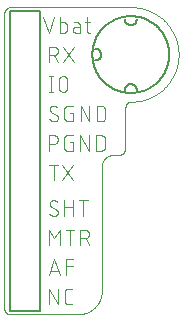
<source format=gto>
G04 EAGLE Gerber X2 export*
%TF.Part,Single*%
%TF.FileFunction,Other,Silk top*%
%TF.FilePolarity,Positive*%
%TF.GenerationSoftware,Autodesk,EAGLE,9.0.0*%
%TF.CreationDate,2018-05-03T06:19:38Z*%
G75*
%MOMM*%
%FSLAX35Y35*%
%LPD*%
%AMOC8*
5,1,8,0,0,1.08239X$1,22.5*%
G01*
%ADD10C,0.000000*%
%ADD11C,0.101600*%
%ADD12C,0.127000*%


D10*
X-1025000Y400000D02*
X0Y400000D01*
X9665Y399883D01*
X19325Y399533D01*
X28974Y398949D01*
X38606Y398133D01*
X48215Y397084D01*
X57796Y395803D01*
X67343Y394290D01*
X76851Y392548D01*
X86314Y390576D01*
X95726Y388377D01*
X105083Y385950D01*
X114378Y383298D01*
X123607Y380423D01*
X132763Y377325D01*
X141842Y374006D01*
X150838Y370470D01*
X159746Y366717D01*
X168560Y362750D01*
X177277Y358571D01*
X185889Y354182D01*
X194393Y349587D01*
X202784Y344788D01*
X211056Y339787D01*
X219205Y334588D01*
X227226Y329194D01*
X235114Y323607D01*
X242865Y317831D01*
X250474Y311870D01*
X257937Y305726D01*
X265249Y299404D01*
X272406Y292907D01*
X279405Y286240D01*
X286240Y279405D01*
X292907Y272406D01*
X299404Y265249D01*
X305726Y257937D01*
X311870Y250474D01*
X317831Y242865D01*
X323607Y235114D01*
X329194Y227226D01*
X334588Y219205D01*
X339787Y211056D01*
X344788Y202784D01*
X349587Y194393D01*
X354182Y185889D01*
X358571Y177277D01*
X362750Y168560D01*
X366717Y159746D01*
X370470Y150838D01*
X374006Y141842D01*
X377325Y132763D01*
X380423Y123607D01*
X383298Y114378D01*
X385950Y105083D01*
X388377Y95726D01*
X390576Y86314D01*
X392548Y76851D01*
X394290Y67343D01*
X395803Y57796D01*
X397084Y48215D01*
X398133Y38606D01*
X398949Y28974D01*
X399533Y19325D01*
X399883Y9665D01*
X400000Y0D01*
X-1075000Y350000D02*
X-1075000Y-2150000D01*
X-1074985Y-2151208D01*
X-1074942Y-2152416D01*
X-1074869Y-2153622D01*
X-1074767Y-2154826D01*
X-1074635Y-2156027D01*
X-1074475Y-2157224D01*
X-1074286Y-2158418D01*
X-1074069Y-2159606D01*
X-1073822Y-2160789D01*
X-1073547Y-2161966D01*
X-1073244Y-2163135D01*
X-1072912Y-2164297D01*
X-1072553Y-2165451D01*
X-1072166Y-2166595D01*
X-1071751Y-2167730D01*
X-1071309Y-2168855D01*
X-1070840Y-2169968D01*
X-1070344Y-2171070D01*
X-1069821Y-2172160D01*
X-1069273Y-2173236D01*
X-1068698Y-2174299D01*
X-1068098Y-2175348D01*
X-1067473Y-2176382D01*
X-1066824Y-2177401D01*
X-1066149Y-2178403D01*
X-1065451Y-2179389D01*
X-1064729Y-2180358D01*
X-1063984Y-2181309D01*
X-1063216Y-2182242D01*
X-1062426Y-2183156D01*
X-1061613Y-2184051D01*
X-1060780Y-2184926D01*
X-1059926Y-2185780D01*
X-1059051Y-2186613D01*
X-1058156Y-2187426D01*
X-1057242Y-2188216D01*
X-1056309Y-2188984D01*
X-1055358Y-2189729D01*
X-1054389Y-2190451D01*
X-1053403Y-2191149D01*
X-1052401Y-2191824D01*
X-1051382Y-2192473D01*
X-1050348Y-2193098D01*
X-1049299Y-2193698D01*
X-1048236Y-2194273D01*
X-1047160Y-2194821D01*
X-1046070Y-2195344D01*
X-1044968Y-2195840D01*
X-1043855Y-2196309D01*
X-1042730Y-2196751D01*
X-1041595Y-2197166D01*
X-1040451Y-2197553D01*
X-1039297Y-2197912D01*
X-1038135Y-2198244D01*
X-1036966Y-2198547D01*
X-1035789Y-2198822D01*
X-1034606Y-2199069D01*
X-1033418Y-2199286D01*
X-1032224Y-2199475D01*
X-1031027Y-2199635D01*
X-1029826Y-2199767D01*
X-1028622Y-2199869D01*
X-1027416Y-2199942D01*
X-1026208Y-2199985D01*
X-1025000Y-2200000D01*
X-450000Y-2200000D01*
X-445167Y-2199942D01*
X-440337Y-2199766D01*
X-435513Y-2199475D01*
X-430697Y-2199066D01*
X-425893Y-2198542D01*
X-421102Y-2197901D01*
X-416329Y-2197145D01*
X-411575Y-2196274D01*
X-406843Y-2195288D01*
X-402137Y-2194188D01*
X-397459Y-2192975D01*
X-392811Y-2191649D01*
X-388197Y-2190211D01*
X-383618Y-2188662D01*
X-379079Y-2187003D01*
X-374581Y-2185235D01*
X-370127Y-2183358D01*
X-365720Y-2181375D01*
X-361362Y-2179285D01*
X-357055Y-2177091D01*
X-352803Y-2174794D01*
X-348608Y-2172394D01*
X-344472Y-2169894D01*
X-340397Y-2167294D01*
X-336387Y-2164597D01*
X-332443Y-2161803D01*
X-328567Y-2158916D01*
X-324763Y-2155935D01*
X-321032Y-2152863D01*
X-317375Y-2149702D01*
X-313797Y-2146454D01*
X-310298Y-2143120D01*
X-306880Y-2139702D01*
X-303546Y-2136203D01*
X-300298Y-2132625D01*
X-297137Y-2128968D01*
X-294065Y-2125237D01*
X-291084Y-2121433D01*
X-288197Y-2117557D01*
X-285403Y-2113613D01*
X-282706Y-2109603D01*
X-280106Y-2105528D01*
X-277606Y-2101392D01*
X-275206Y-2097197D01*
X-272909Y-2092945D01*
X-270715Y-2088638D01*
X-268625Y-2084280D01*
X-266642Y-2079873D01*
X-264765Y-2075419D01*
X-262997Y-2070921D01*
X-261338Y-2066382D01*
X-259789Y-2061803D01*
X-258351Y-2057189D01*
X-257025Y-2052541D01*
X-255812Y-2047863D01*
X-254712Y-2043157D01*
X-253726Y-2038425D01*
X-252855Y-2033671D01*
X-252099Y-2028898D01*
X-251458Y-2024107D01*
X-250934Y-2019303D01*
X-250525Y-2014487D01*
X-250234Y-2009663D01*
X-250058Y-2004833D01*
X-250000Y-2000000D01*
X-1075000Y350000D02*
X-1074985Y351208D01*
X-1074942Y352416D01*
X-1074869Y353622D01*
X-1074767Y354826D01*
X-1074635Y356027D01*
X-1074475Y357224D01*
X-1074286Y358418D01*
X-1074069Y359606D01*
X-1073822Y360789D01*
X-1073547Y361966D01*
X-1073244Y363135D01*
X-1072912Y364297D01*
X-1072553Y365451D01*
X-1072166Y366595D01*
X-1071751Y367730D01*
X-1071309Y368855D01*
X-1070840Y369968D01*
X-1070344Y371070D01*
X-1069821Y372160D01*
X-1069273Y373236D01*
X-1068698Y374299D01*
X-1068098Y375348D01*
X-1067473Y376382D01*
X-1066824Y377401D01*
X-1066149Y378403D01*
X-1065451Y379389D01*
X-1064729Y380358D01*
X-1063984Y381309D01*
X-1063216Y382242D01*
X-1062426Y383156D01*
X-1061613Y384051D01*
X-1060780Y384926D01*
X-1059926Y385780D01*
X-1059051Y386613D01*
X-1058156Y387426D01*
X-1057242Y388216D01*
X-1056309Y388984D01*
X-1055358Y389729D01*
X-1054389Y390451D01*
X-1053403Y391149D01*
X-1052401Y391824D01*
X-1051382Y392473D01*
X-1050348Y393098D01*
X-1049299Y393698D01*
X-1048236Y394273D01*
X-1047160Y394821D01*
X-1046070Y395344D01*
X-1044968Y395840D01*
X-1043855Y396309D01*
X-1042730Y396751D01*
X-1041595Y397166D01*
X-1040451Y397553D01*
X-1039297Y397912D01*
X-1038135Y398244D01*
X-1036966Y398547D01*
X-1035789Y398822D01*
X-1034606Y399069D01*
X-1033418Y399286D01*
X-1032224Y399475D01*
X-1031027Y399635D01*
X-1029826Y399767D01*
X-1028622Y399869D01*
X-1027416Y399942D01*
X-1026208Y399985D01*
X-1025000Y400000D01*
X0Y-400000D02*
X9665Y-399883D01*
X19325Y-399533D01*
X28974Y-398949D01*
X38606Y-398133D01*
X48215Y-397084D01*
X57796Y-395803D01*
X67343Y-394290D01*
X76851Y-392548D01*
X86314Y-390576D01*
X95726Y-388377D01*
X105083Y-385950D01*
X114378Y-383298D01*
X123607Y-380423D01*
X132763Y-377325D01*
X141842Y-374006D01*
X150838Y-370470D01*
X159746Y-366717D01*
X168560Y-362750D01*
X177277Y-358571D01*
X185889Y-354182D01*
X194393Y-349587D01*
X202784Y-344788D01*
X211056Y-339787D01*
X219205Y-334588D01*
X227226Y-329194D01*
X235114Y-323607D01*
X242865Y-317831D01*
X250474Y-311870D01*
X257937Y-305726D01*
X265249Y-299404D01*
X272406Y-292907D01*
X279405Y-286240D01*
X286240Y-279405D01*
X292907Y-272406D01*
X299404Y-265249D01*
X305726Y-257937D01*
X311870Y-250474D01*
X317831Y-242865D01*
X323607Y-235114D01*
X329194Y-227226D01*
X334588Y-219205D01*
X339787Y-211056D01*
X344788Y-202784D01*
X349587Y-194393D01*
X354182Y-185889D01*
X358571Y-177277D01*
X362750Y-168560D01*
X366717Y-159746D01*
X370470Y-150838D01*
X374006Y-141842D01*
X377325Y-132763D01*
X380423Y-123607D01*
X383298Y-114378D01*
X385950Y-105083D01*
X388377Y-95726D01*
X390576Y-86314D01*
X392548Y-76851D01*
X394290Y-67343D01*
X395803Y-57796D01*
X397084Y-48215D01*
X398133Y-38606D01*
X398949Y-28974D01*
X399533Y-19325D01*
X399883Y-9665D01*
X400000Y0D01*
X-50000Y-450000D02*
X-50000Y-790000D01*
X-110000Y-850000D02*
X-150000Y-850000D01*
D11*
X-700893Y183960D02*
X-744920Y316040D01*
X-656867Y316040D02*
X-700893Y183960D01*
X-605872Y183960D02*
X-605872Y316040D01*
X-605872Y183960D02*
X-569183Y183960D01*
X-568643Y183967D01*
X-568103Y183987D01*
X-567564Y184020D01*
X-567025Y184066D01*
X-566488Y184126D01*
X-565953Y184198D01*
X-565420Y184284D01*
X-564888Y184383D01*
X-564360Y184495D01*
X-563834Y184620D01*
X-563312Y184757D01*
X-562793Y184908D01*
X-562278Y185071D01*
X-561767Y185247D01*
X-561260Y185435D01*
X-560759Y185636D01*
X-560262Y185849D01*
X-559771Y186074D01*
X-559285Y186310D01*
X-558806Y186559D01*
X-558333Y186820D01*
X-557866Y187092D01*
X-557406Y187375D01*
X-556953Y187670D01*
X-556507Y187976D01*
X-556069Y188292D01*
X-555639Y188619D01*
X-555218Y188957D01*
X-554804Y189305D01*
X-554400Y189663D01*
X-554004Y190030D01*
X-553617Y190408D01*
X-553240Y190794D01*
X-552872Y191190D01*
X-552514Y191595D01*
X-552166Y192008D01*
X-551829Y192430D01*
X-551501Y192860D01*
X-551185Y193298D01*
X-550879Y193743D01*
X-550585Y194196D01*
X-550301Y194656D01*
X-550029Y195123D01*
X-549769Y195596D01*
X-549520Y196076D01*
X-549283Y196561D01*
X-549058Y197053D01*
X-548845Y197549D01*
X-548644Y198051D01*
X-548456Y198557D01*
X-548280Y199068D01*
X-548117Y199583D01*
X-547967Y200102D01*
X-547829Y200625D01*
X-547704Y201150D01*
X-547592Y201679D01*
X-547493Y202210D01*
X-547407Y202743D01*
X-547335Y203279D01*
X-547275Y203816D01*
X-547229Y204354D01*
X-547196Y204893D01*
X-547176Y205433D01*
X-547169Y205973D01*
X-547169Y250000D01*
X-547170Y250000D02*
X-547176Y250532D01*
X-547196Y251064D01*
X-547228Y251595D01*
X-547273Y252125D01*
X-547331Y252653D01*
X-547401Y253181D01*
X-547484Y253706D01*
X-547580Y254229D01*
X-547689Y254750D01*
X-547810Y255268D01*
X-547943Y255783D01*
X-548089Y256295D01*
X-548247Y256802D01*
X-548418Y257306D01*
X-548601Y257806D01*
X-548795Y258301D01*
X-549002Y258791D01*
X-549220Y259276D01*
X-549450Y259756D01*
X-549692Y260230D01*
X-549944Y260698D01*
X-550209Y261160D01*
X-550484Y261615D01*
X-550770Y262063D01*
X-551067Y262505D01*
X-551374Y262939D01*
X-551692Y263366D01*
X-552020Y263784D01*
X-552358Y264195D01*
X-552706Y264597D01*
X-553064Y264991D01*
X-553431Y265376D01*
X-553807Y265753D01*
X-554192Y266120D01*
X-554586Y266477D01*
X-554988Y266825D01*
X-555399Y267163D01*
X-555818Y267491D01*
X-556244Y267809D01*
X-556678Y268116D01*
X-557120Y268413D01*
X-557568Y268699D01*
X-558023Y268975D01*
X-558485Y269239D01*
X-558953Y269492D01*
X-559427Y269733D01*
X-559907Y269963D01*
X-560392Y270181D01*
X-560882Y270388D01*
X-561377Y270583D01*
X-561877Y270765D01*
X-562381Y270936D01*
X-562889Y271094D01*
X-563400Y271240D01*
X-563915Y271373D01*
X-564433Y271494D01*
X-564954Y271603D01*
X-565477Y271699D01*
X-566003Y271782D01*
X-566530Y271853D01*
X-567059Y271910D01*
X-567589Y271955D01*
X-568120Y271987D01*
X-568651Y272007D01*
X-569183Y272013D01*
X-605872Y272013D01*
X-470491Y235324D02*
X-437471Y235324D01*
X-470491Y235324D02*
X-471116Y235316D01*
X-471741Y235294D01*
X-472366Y235255D01*
X-472989Y235202D01*
X-473611Y235134D01*
X-474230Y235050D01*
X-474848Y234952D01*
X-475463Y234838D01*
X-476075Y234710D01*
X-476684Y234566D01*
X-477289Y234408D01*
X-477890Y234235D01*
X-478487Y234048D01*
X-479079Y233846D01*
X-479665Y233629D01*
X-480247Y233399D01*
X-480822Y233154D01*
X-481392Y232896D01*
X-481955Y232623D01*
X-482511Y232337D01*
X-483060Y232038D01*
X-483602Y231725D01*
X-484136Y231399D01*
X-484661Y231061D01*
X-485179Y230709D01*
X-485688Y230345D01*
X-486187Y229969D01*
X-486677Y229581D01*
X-487158Y229181D01*
X-487629Y228769D01*
X-488090Y228346D01*
X-488540Y227912D01*
X-488980Y227467D01*
X-489408Y227012D01*
X-489826Y226546D01*
X-490231Y226070D01*
X-490626Y225585D01*
X-491008Y225089D01*
X-491378Y224585D01*
X-491736Y224072D01*
X-492081Y223551D01*
X-492413Y223021D01*
X-492732Y222483D01*
X-493038Y221938D01*
X-493331Y221385D01*
X-493610Y220825D01*
X-493876Y220259D01*
X-494127Y219686D01*
X-494365Y219108D01*
X-494588Y218524D01*
X-494797Y217934D01*
X-494992Y217340D01*
X-495172Y216741D01*
X-495338Y216138D01*
X-495489Y215531D01*
X-495625Y214920D01*
X-495746Y214307D01*
X-495852Y213690D01*
X-495943Y213072D01*
X-496019Y212451D01*
X-496080Y211828D01*
X-496125Y211205D01*
X-496156Y210580D01*
X-496171Y209955D01*
X-496171Y209329D01*
X-496156Y208704D01*
X-496125Y208079D01*
X-496080Y207456D01*
X-496019Y206833D01*
X-495943Y206212D01*
X-495852Y205594D01*
X-495746Y204977D01*
X-495625Y204364D01*
X-495489Y203753D01*
X-495338Y203146D01*
X-495172Y202543D01*
X-494992Y201944D01*
X-494797Y201350D01*
X-494588Y200760D01*
X-494365Y200176D01*
X-494127Y199598D01*
X-493876Y199025D01*
X-493610Y198459D01*
X-493331Y197899D01*
X-493038Y197346D01*
X-492732Y196801D01*
X-492413Y196263D01*
X-492081Y195733D01*
X-491736Y195212D01*
X-491378Y194699D01*
X-491008Y194195D01*
X-490626Y193699D01*
X-490231Y193214D01*
X-489826Y192738D01*
X-489408Y192272D01*
X-488980Y191817D01*
X-488540Y191372D01*
X-488090Y190938D01*
X-487629Y190515D01*
X-487158Y190103D01*
X-486677Y189703D01*
X-486187Y189315D01*
X-485688Y188939D01*
X-485179Y188575D01*
X-484661Y188223D01*
X-484136Y187885D01*
X-483602Y187559D01*
X-483060Y187246D01*
X-482511Y186947D01*
X-481955Y186661D01*
X-481392Y186388D01*
X-480822Y186130D01*
X-480247Y185885D01*
X-479665Y185655D01*
X-479079Y185438D01*
X-478487Y185236D01*
X-477890Y185049D01*
X-477289Y184876D01*
X-476684Y184718D01*
X-476075Y184574D01*
X-475463Y184446D01*
X-474848Y184332D01*
X-474230Y184234D01*
X-473611Y184150D01*
X-472989Y184082D01*
X-472366Y184029D01*
X-471741Y183990D01*
X-471116Y183968D01*
X-470491Y183960D01*
X-437471Y183960D01*
X-437471Y250000D01*
X-437477Y250532D01*
X-437497Y251064D01*
X-437529Y251595D01*
X-437574Y252125D01*
X-437632Y252653D01*
X-437702Y253181D01*
X-437785Y253706D01*
X-437881Y254229D01*
X-437990Y254750D01*
X-438111Y255268D01*
X-438244Y255783D01*
X-438390Y256295D01*
X-438548Y256802D01*
X-438719Y257306D01*
X-438902Y257806D01*
X-439096Y258301D01*
X-439303Y258791D01*
X-439521Y259276D01*
X-439751Y259756D01*
X-439993Y260230D01*
X-440245Y260698D01*
X-440510Y261160D01*
X-440785Y261615D01*
X-441071Y262063D01*
X-441368Y262505D01*
X-441675Y262939D01*
X-441993Y263366D01*
X-442321Y263784D01*
X-442659Y264195D01*
X-443007Y264597D01*
X-443365Y264991D01*
X-443732Y265376D01*
X-444108Y265753D01*
X-444493Y266120D01*
X-444887Y266477D01*
X-445289Y266825D01*
X-445700Y267163D01*
X-446119Y267491D01*
X-446545Y267809D01*
X-446979Y268116D01*
X-447421Y268413D01*
X-447869Y268699D01*
X-448324Y268975D01*
X-448786Y269239D01*
X-449254Y269492D01*
X-449728Y269733D01*
X-450208Y269963D01*
X-450693Y270181D01*
X-451183Y270388D01*
X-451678Y270583D01*
X-452178Y270765D01*
X-452682Y270936D01*
X-453190Y271094D01*
X-453701Y271240D01*
X-454216Y271373D01*
X-454734Y271494D01*
X-455255Y271603D01*
X-455778Y271699D01*
X-456304Y271782D01*
X-456831Y271853D01*
X-457360Y271910D01*
X-457890Y271955D01*
X-458421Y271987D01*
X-458952Y272007D01*
X-459484Y272013D01*
X-488836Y272013D01*
X-391045Y272013D02*
X-347018Y272013D01*
X-376369Y316040D02*
X-376369Y205973D01*
X-376363Y205441D01*
X-376343Y204909D01*
X-376311Y204378D01*
X-376266Y203848D01*
X-376209Y203320D01*
X-376138Y202792D01*
X-376055Y202267D01*
X-375959Y201744D01*
X-375850Y201223D01*
X-375729Y200705D01*
X-375596Y200190D01*
X-375450Y199678D01*
X-375292Y199171D01*
X-375121Y198667D01*
X-374939Y198167D01*
X-374744Y197672D01*
X-374537Y197182D01*
X-374319Y196697D01*
X-374089Y196217D01*
X-373848Y195743D01*
X-373595Y195275D01*
X-373331Y194813D01*
X-373055Y194358D01*
X-372769Y193910D01*
X-372472Y193468D01*
X-372165Y193034D01*
X-371847Y192608D01*
X-371519Y192189D01*
X-371181Y191778D01*
X-370833Y191376D01*
X-370475Y190982D01*
X-370108Y190597D01*
X-369732Y190221D01*
X-369347Y189854D01*
X-368953Y189496D01*
X-368551Y189148D01*
X-368140Y188810D01*
X-367721Y188482D01*
X-367295Y188164D01*
X-366861Y187857D01*
X-366419Y187560D01*
X-365971Y187274D01*
X-365516Y186998D01*
X-365054Y186734D01*
X-364586Y186481D01*
X-364112Y186240D01*
X-363632Y186010D01*
X-363147Y185792D01*
X-362657Y185585D01*
X-362162Y185390D01*
X-361662Y185208D01*
X-361158Y185037D01*
X-360651Y184879D01*
X-360139Y184733D01*
X-359624Y184600D01*
X-359106Y184479D01*
X-358585Y184370D01*
X-358062Y184274D01*
X-357537Y184191D01*
X-357009Y184120D01*
X-356481Y184063D01*
X-355951Y184018D01*
X-355420Y183986D01*
X-354888Y183966D01*
X-354356Y183960D01*
X-347018Y183960D01*
X-694920Y66040D02*
X-694920Y-66040D01*
X-694920Y66040D02*
X-658231Y66040D01*
X-657338Y66029D01*
X-656445Y65996D01*
X-655553Y65942D01*
X-654663Y65866D01*
X-653775Y65768D01*
X-652889Y65649D01*
X-652007Y65508D01*
X-651128Y65346D01*
X-650254Y65162D01*
X-649384Y64957D01*
X-648520Y64731D01*
X-647661Y64484D01*
X-646809Y64217D01*
X-645963Y63928D01*
X-645125Y63619D01*
X-644294Y63290D01*
X-643472Y62940D01*
X-642658Y62571D01*
X-641854Y62182D01*
X-641059Y61773D01*
X-640275Y61346D01*
X-639501Y60899D01*
X-638738Y60433D01*
X-637987Y59950D01*
X-637248Y59448D01*
X-636521Y58928D01*
X-635808Y58390D01*
X-635107Y57836D01*
X-634420Y57264D01*
X-633748Y56676D01*
X-633090Y56072D01*
X-632446Y55452D01*
X-631818Y54816D01*
X-631206Y54165D01*
X-630610Y53500D01*
X-630030Y52820D01*
X-629467Y52126D01*
X-628921Y51419D01*
X-628392Y50699D01*
X-627881Y49966D01*
X-627388Y49221D01*
X-626914Y48464D01*
X-626457Y47696D01*
X-626020Y46916D01*
X-625602Y46127D01*
X-625203Y45327D01*
X-624824Y44518D01*
X-624464Y43700D01*
X-624125Y42874D01*
X-623806Y42039D01*
X-623507Y41197D01*
X-623229Y40348D01*
X-622971Y39492D01*
X-622735Y38631D01*
X-622520Y37764D01*
X-622325Y36892D01*
X-622152Y36015D01*
X-622001Y35135D01*
X-621871Y34251D01*
X-621762Y33364D01*
X-621675Y32474D01*
X-621610Y31583D01*
X-621566Y30691D01*
X-621545Y29798D01*
X-621545Y28904D01*
X-621566Y28011D01*
X-621610Y27119D01*
X-621675Y26228D01*
X-621762Y25338D01*
X-621871Y24451D01*
X-622001Y23567D01*
X-622152Y22687D01*
X-622325Y21810D01*
X-622520Y20938D01*
X-622735Y20071D01*
X-622971Y19210D01*
X-623229Y18354D01*
X-623507Y17505D01*
X-623806Y16663D01*
X-624125Y15828D01*
X-624464Y15002D01*
X-624824Y14184D01*
X-625203Y13375D01*
X-625602Y12575D01*
X-626020Y11786D01*
X-626457Y11007D01*
X-626914Y10238D01*
X-627388Y9481D01*
X-627881Y8736D01*
X-628392Y8003D01*
X-628921Y7283D01*
X-629467Y6576D01*
X-630030Y5882D01*
X-630610Y5202D01*
X-631206Y4537D01*
X-631818Y3886D01*
X-632446Y3250D01*
X-633090Y2630D01*
X-633748Y2026D01*
X-634420Y1438D01*
X-635107Y866D01*
X-635808Y312D01*
X-636521Y-226D01*
X-637248Y-746D01*
X-637987Y-1248D01*
X-638738Y-1731D01*
X-639501Y-2197D01*
X-640275Y-2644D01*
X-641059Y-3071D01*
X-641854Y-3480D01*
X-642658Y-3869D01*
X-643472Y-4238D01*
X-644294Y-4588D01*
X-645125Y-4917D01*
X-645963Y-5226D01*
X-646809Y-5515D01*
X-647661Y-5782D01*
X-648520Y-6029D01*
X-649384Y-6255D01*
X-650254Y-6460D01*
X-651128Y-6644D01*
X-652007Y-6806D01*
X-652889Y-6947D01*
X-653775Y-7066D01*
X-654663Y-7164D01*
X-655553Y-7240D01*
X-656445Y-7294D01*
X-657338Y-7327D01*
X-658231Y-7338D01*
X-694920Y-7338D01*
X-650893Y-7338D02*
X-621543Y-66040D01*
X-575023Y-66040D02*
X-486969Y66040D01*
X-575023Y66040D02*
X-486969Y-66040D01*
X-680245Y-183960D02*
X-680245Y-316040D01*
X-694920Y-316040D02*
X-665569Y-316040D01*
X-665569Y-183960D02*
X-694920Y-183960D01*
X-614521Y-220649D02*
X-614521Y-279351D01*
X-614521Y-220649D02*
X-614510Y-219756D01*
X-614477Y-218863D01*
X-614423Y-217971D01*
X-614347Y-217081D01*
X-614249Y-216193D01*
X-614130Y-215307D01*
X-613989Y-214425D01*
X-613827Y-213546D01*
X-613643Y-212672D01*
X-613438Y-211802D01*
X-613212Y-210938D01*
X-612965Y-210079D01*
X-612698Y-209227D01*
X-612409Y-208381D01*
X-612100Y-207543D01*
X-611771Y-206712D01*
X-611421Y-205890D01*
X-611052Y-205076D01*
X-610663Y-204272D01*
X-610254Y-203477D01*
X-609827Y-202693D01*
X-609380Y-201919D01*
X-608914Y-201156D01*
X-608431Y-200405D01*
X-607929Y-199666D01*
X-607409Y-198939D01*
X-606871Y-198226D01*
X-606317Y-197525D01*
X-605745Y-196838D01*
X-605157Y-196166D01*
X-604553Y-195508D01*
X-603933Y-194864D01*
X-603297Y-194236D01*
X-602646Y-193624D01*
X-601981Y-193028D01*
X-601301Y-192448D01*
X-600607Y-191885D01*
X-599900Y-191339D01*
X-599180Y-190810D01*
X-598447Y-190299D01*
X-597702Y-189806D01*
X-596945Y-189332D01*
X-596176Y-188875D01*
X-595397Y-188438D01*
X-594608Y-188020D01*
X-593808Y-187621D01*
X-592999Y-187242D01*
X-592181Y-186882D01*
X-591355Y-186543D01*
X-590520Y-186224D01*
X-589678Y-185925D01*
X-588829Y-185647D01*
X-587973Y-185389D01*
X-587112Y-185153D01*
X-586245Y-184938D01*
X-585373Y-184743D01*
X-584496Y-184570D01*
X-583616Y-184419D01*
X-582732Y-184289D01*
X-581845Y-184180D01*
X-580955Y-184093D01*
X-580064Y-184028D01*
X-579172Y-183984D01*
X-578279Y-183963D01*
X-577385Y-183963D01*
X-576492Y-183984D01*
X-575600Y-184028D01*
X-574709Y-184093D01*
X-573819Y-184180D01*
X-572932Y-184289D01*
X-572048Y-184419D01*
X-571168Y-184570D01*
X-570291Y-184743D01*
X-569419Y-184938D01*
X-568552Y-185153D01*
X-567691Y-185389D01*
X-566835Y-185647D01*
X-565986Y-185925D01*
X-565144Y-186224D01*
X-564309Y-186543D01*
X-563483Y-186882D01*
X-562665Y-187242D01*
X-561856Y-187621D01*
X-561056Y-188020D01*
X-560267Y-188438D01*
X-559488Y-188875D01*
X-558719Y-189332D01*
X-557962Y-189806D01*
X-557217Y-190299D01*
X-556484Y-190810D01*
X-555764Y-191339D01*
X-555057Y-191885D01*
X-554363Y-192448D01*
X-553683Y-193028D01*
X-553018Y-193624D01*
X-552367Y-194236D01*
X-551731Y-194864D01*
X-551111Y-195508D01*
X-550507Y-196166D01*
X-549919Y-196838D01*
X-549347Y-197525D01*
X-548793Y-198226D01*
X-548255Y-198939D01*
X-547735Y-199666D01*
X-547233Y-200405D01*
X-546750Y-201156D01*
X-546284Y-201919D01*
X-545837Y-202693D01*
X-545410Y-203477D01*
X-545001Y-204272D01*
X-544612Y-205076D01*
X-544243Y-205890D01*
X-543893Y-206712D01*
X-543564Y-207543D01*
X-543255Y-208381D01*
X-542966Y-209227D01*
X-542699Y-210079D01*
X-542452Y-210938D01*
X-542226Y-211802D01*
X-542021Y-212672D01*
X-541837Y-213546D01*
X-541675Y-214425D01*
X-541534Y-215307D01*
X-541415Y-216193D01*
X-541317Y-217081D01*
X-541241Y-217971D01*
X-541187Y-218863D01*
X-541154Y-219756D01*
X-541143Y-220649D01*
X-541143Y-279351D01*
X-541154Y-280244D01*
X-541187Y-281137D01*
X-541241Y-282029D01*
X-541317Y-282919D01*
X-541415Y-283807D01*
X-541534Y-284693D01*
X-541675Y-285575D01*
X-541837Y-286454D01*
X-542021Y-287328D01*
X-542226Y-288198D01*
X-542452Y-289062D01*
X-542699Y-289921D01*
X-542966Y-290773D01*
X-543255Y-291619D01*
X-543564Y-292457D01*
X-543893Y-293288D01*
X-544243Y-294110D01*
X-544612Y-294924D01*
X-545001Y-295728D01*
X-545410Y-296523D01*
X-545837Y-297307D01*
X-546284Y-298081D01*
X-546750Y-298844D01*
X-547233Y-299595D01*
X-547735Y-300334D01*
X-548255Y-301061D01*
X-548793Y-301774D01*
X-549347Y-302475D01*
X-549919Y-303162D01*
X-550507Y-303834D01*
X-551111Y-304492D01*
X-551731Y-305136D01*
X-552367Y-305764D01*
X-553018Y-306376D01*
X-553683Y-306972D01*
X-554363Y-307552D01*
X-555057Y-308115D01*
X-555764Y-308661D01*
X-556484Y-309190D01*
X-557217Y-309701D01*
X-557962Y-310194D01*
X-558719Y-310668D01*
X-559487Y-311125D01*
X-560267Y-311562D01*
X-561056Y-311980D01*
X-561856Y-312379D01*
X-562665Y-312758D01*
X-563483Y-313118D01*
X-564309Y-313457D01*
X-565144Y-313776D01*
X-565986Y-314075D01*
X-566835Y-314353D01*
X-567691Y-314611D01*
X-568552Y-314847D01*
X-569419Y-315062D01*
X-570291Y-315257D01*
X-571168Y-315430D01*
X-572048Y-315581D01*
X-572932Y-315711D01*
X-573819Y-315820D01*
X-574709Y-315907D01*
X-575600Y-315972D01*
X-576492Y-316016D01*
X-577385Y-316037D01*
X-578279Y-316037D01*
X-579172Y-316016D01*
X-580064Y-315972D01*
X-580955Y-315907D01*
X-581845Y-315820D01*
X-582732Y-315711D01*
X-583616Y-315581D01*
X-584496Y-315430D01*
X-585373Y-315257D01*
X-586245Y-315062D01*
X-587112Y-314847D01*
X-587973Y-314611D01*
X-588829Y-314353D01*
X-589678Y-314075D01*
X-590520Y-313776D01*
X-591355Y-313457D01*
X-592181Y-313118D01*
X-592999Y-312758D01*
X-593808Y-312379D01*
X-594608Y-311980D01*
X-595397Y-311562D01*
X-596176Y-311125D01*
X-596945Y-310668D01*
X-597702Y-310194D01*
X-598447Y-309701D01*
X-599180Y-309190D01*
X-599900Y-308661D01*
X-600607Y-308115D01*
X-601301Y-307552D01*
X-601981Y-306972D01*
X-602646Y-306376D01*
X-603297Y-305764D01*
X-603933Y-305136D01*
X-604553Y-304492D01*
X-605157Y-303834D01*
X-605745Y-303162D01*
X-606317Y-302475D01*
X-606871Y-301774D01*
X-607409Y-301061D01*
X-607929Y-300334D01*
X-608431Y-299595D01*
X-608914Y-298844D01*
X-609380Y-298081D01*
X-609827Y-297307D01*
X-610254Y-296523D01*
X-610663Y-295728D01*
X-611052Y-294924D01*
X-611421Y-294110D01*
X-611771Y-293288D01*
X-612100Y-292457D01*
X-612409Y-291619D01*
X-612698Y-290773D01*
X-612965Y-289921D01*
X-613212Y-289062D01*
X-613438Y-288198D01*
X-613643Y-287328D01*
X-613827Y-286454D01*
X-613989Y-285575D01*
X-614130Y-284693D01*
X-614249Y-283807D01*
X-614347Y-282919D01*
X-614423Y-282029D01*
X-614477Y-281137D01*
X-614510Y-280244D01*
X-614521Y-279351D01*
X-621542Y-536689D02*
X-621551Y-537398D01*
X-621576Y-538107D01*
X-621619Y-538815D01*
X-621679Y-539522D01*
X-621756Y-540227D01*
X-621850Y-540930D01*
X-621961Y-541630D01*
X-622089Y-542328D01*
X-622233Y-543023D01*
X-622395Y-543713D01*
X-622573Y-544400D01*
X-622768Y-545082D01*
X-622979Y-545759D01*
X-623206Y-546431D01*
X-623449Y-547097D01*
X-623709Y-547757D01*
X-623984Y-548411D01*
X-624275Y-549058D01*
X-624582Y-549697D01*
X-624904Y-550329D01*
X-625241Y-550953D01*
X-625593Y-551569D01*
X-625960Y-552176D01*
X-626342Y-552774D01*
X-626738Y-553362D01*
X-627148Y-553941D01*
X-627571Y-554510D01*
X-628009Y-555068D01*
X-628460Y-555616D01*
X-628924Y-556152D01*
X-629400Y-556678D01*
X-629890Y-557191D01*
X-630391Y-557693D01*
X-630905Y-558182D01*
X-631430Y-558659D01*
X-631966Y-559123D01*
X-632514Y-559573D01*
X-633072Y-560011D01*
X-633641Y-560435D01*
X-634220Y-560845D01*
X-634808Y-561240D01*
X-635406Y-561622D01*
X-636013Y-561989D01*
X-636629Y-562341D01*
X-637253Y-562678D01*
X-637885Y-563000D01*
X-638525Y-563307D01*
X-639171Y-563598D01*
X-639825Y-563873D01*
X-640485Y-564133D01*
X-641151Y-564376D01*
X-641823Y-564604D01*
X-642500Y-564815D01*
X-643183Y-565009D01*
X-643869Y-565187D01*
X-644560Y-565349D01*
X-645254Y-565493D01*
X-645952Y-565621D01*
X-646652Y-565732D01*
X-647355Y-565826D01*
X-648061Y-565903D01*
X-648767Y-565963D01*
X-649475Y-566006D01*
X-650184Y-566031D01*
X-650893Y-566040D01*
X-650894Y-566040D02*
X-652377Y-566022D01*
X-653860Y-565969D01*
X-655340Y-565880D01*
X-656819Y-565756D01*
X-658294Y-565597D01*
X-659764Y-565402D01*
X-661230Y-565172D01*
X-662690Y-564907D01*
X-664143Y-564608D01*
X-665588Y-564274D01*
X-667025Y-563905D01*
X-668453Y-563502D01*
X-669870Y-563065D01*
X-671277Y-562594D01*
X-672672Y-562089D01*
X-674055Y-561552D01*
X-675424Y-560981D01*
X-676779Y-560378D01*
X-678120Y-559742D01*
X-679445Y-559075D01*
X-680754Y-558376D01*
X-682045Y-557646D01*
X-683319Y-556886D01*
X-684574Y-556095D01*
X-685810Y-555274D01*
X-687026Y-554424D01*
X-688221Y-553545D01*
X-689395Y-552638D01*
X-690546Y-551703D01*
X-691675Y-550741D01*
X-692781Y-549752D01*
X-693863Y-548736D01*
X-694920Y-547696D01*
X-691251Y-463311D02*
X-691242Y-462602D01*
X-691217Y-461893D01*
X-691174Y-461185D01*
X-691114Y-460478D01*
X-691037Y-459773D01*
X-690943Y-459070D01*
X-690832Y-458370D01*
X-690704Y-457672D01*
X-690560Y-456978D01*
X-690398Y-456287D01*
X-690220Y-455600D01*
X-690025Y-454918D01*
X-689814Y-454241D01*
X-689587Y-453569D01*
X-689344Y-452903D01*
X-689084Y-452243D01*
X-688809Y-451589D01*
X-688518Y-450942D01*
X-688211Y-450303D01*
X-687889Y-449671D01*
X-687552Y-449047D01*
X-687200Y-448431D01*
X-686833Y-447824D01*
X-686451Y-447226D01*
X-686055Y-446638D01*
X-685645Y-446059D01*
X-685222Y-445490D01*
X-684784Y-444932D01*
X-684333Y-444384D01*
X-683870Y-443848D01*
X-683393Y-443323D01*
X-682904Y-442809D01*
X-682402Y-442307D01*
X-681888Y-441818D01*
X-681363Y-441341D01*
X-680827Y-440878D01*
X-680279Y-440427D01*
X-679721Y-439989D01*
X-679152Y-439566D01*
X-678573Y-439156D01*
X-677985Y-438760D01*
X-677387Y-438378D01*
X-676780Y-438011D01*
X-676164Y-437659D01*
X-675540Y-437322D01*
X-674908Y-437000D01*
X-674269Y-436693D01*
X-673622Y-436402D01*
X-672968Y-436127D01*
X-672308Y-435867D01*
X-671642Y-435624D01*
X-670970Y-435397D01*
X-670293Y-435186D01*
X-669611Y-434991D01*
X-668924Y-434813D01*
X-668233Y-434651D01*
X-667539Y-434507D01*
X-666841Y-434379D01*
X-666141Y-434268D01*
X-665438Y-434174D01*
X-664733Y-434097D01*
X-664026Y-434037D01*
X-663318Y-433994D01*
X-662609Y-433969D01*
X-661900Y-433960D01*
X-660588Y-433976D01*
X-659278Y-434023D01*
X-657968Y-434101D01*
X-656661Y-434210D01*
X-655357Y-434350D01*
X-654057Y-434522D01*
X-652761Y-434724D01*
X-651470Y-434957D01*
X-650186Y-435221D01*
X-648907Y-435516D01*
X-647637Y-435841D01*
X-646374Y-436196D01*
X-645120Y-436581D01*
X-643876Y-436995D01*
X-642642Y-437440D01*
X-641419Y-437913D01*
X-640207Y-438416D01*
X-639008Y-438947D01*
X-637822Y-439507D01*
X-636649Y-440095D01*
X-635491Y-440710D01*
X-634348Y-441354D01*
X-633221Y-442024D01*
X-632109Y-442720D01*
X-631015Y-443444D01*
X-629938Y-444193D01*
X-628880Y-444967D01*
X-676576Y-488993D02*
X-677191Y-488620D01*
X-677798Y-488232D01*
X-678395Y-487830D01*
X-678982Y-487414D01*
X-679558Y-486983D01*
X-680125Y-486539D01*
X-680680Y-486081D01*
X-681224Y-485610D01*
X-681757Y-485126D01*
X-682278Y-484629D01*
X-682786Y-484120D01*
X-683282Y-483598D01*
X-683766Y-483065D01*
X-684236Y-482520D01*
X-684694Y-481964D01*
X-685137Y-481397D01*
X-685567Y-480820D01*
X-685983Y-480232D01*
X-686384Y-479635D01*
X-686771Y-479028D01*
X-687143Y-478412D01*
X-687500Y-477787D01*
X-687842Y-477154D01*
X-688168Y-476512D01*
X-688479Y-475863D01*
X-688775Y-475207D01*
X-689054Y-474543D01*
X-689317Y-473873D01*
X-689564Y-473197D01*
X-689794Y-472515D01*
X-690008Y-471828D01*
X-690206Y-471136D01*
X-690386Y-470439D01*
X-690550Y-469738D01*
X-690697Y-469034D01*
X-690826Y-468326D01*
X-690939Y-467615D01*
X-691034Y-466901D01*
X-691112Y-466186D01*
X-691173Y-465468D01*
X-691216Y-464750D01*
X-691242Y-464031D01*
X-691251Y-463311D01*
X-636218Y-511007D02*
X-635603Y-511380D01*
X-634996Y-511767D01*
X-634399Y-512169D01*
X-633812Y-512586D01*
X-633235Y-513016D01*
X-632669Y-513461D01*
X-632114Y-513919D01*
X-631570Y-514390D01*
X-631037Y-514874D01*
X-630516Y-515371D01*
X-630008Y-515880D01*
X-629511Y-516402D01*
X-629028Y-516935D01*
X-628558Y-517480D01*
X-628100Y-518036D01*
X-627657Y-518602D01*
X-627227Y-519180D01*
X-626811Y-519767D01*
X-626410Y-520365D01*
X-626023Y-520972D01*
X-625651Y-521588D01*
X-625294Y-522213D01*
X-624952Y-522846D01*
X-624625Y-523488D01*
X-624315Y-524137D01*
X-624019Y-524793D01*
X-623740Y-525457D01*
X-623477Y-526127D01*
X-623230Y-526803D01*
X-623000Y-527485D01*
X-622786Y-528172D01*
X-622588Y-528864D01*
X-622408Y-529561D01*
X-622244Y-530262D01*
X-622097Y-530966D01*
X-621968Y-531674D01*
X-621855Y-532385D01*
X-621760Y-533099D01*
X-621682Y-533814D01*
X-621621Y-534532D01*
X-621578Y-535250D01*
X-621552Y-535969D01*
X-621543Y-536689D01*
X-636218Y-511007D02*
X-676576Y-488993D01*
X-515540Y-492663D02*
X-493527Y-492663D01*
X-493527Y-566040D01*
X-537553Y-566040D01*
X-538262Y-566031D01*
X-538971Y-566006D01*
X-539679Y-565963D01*
X-540386Y-565903D01*
X-541091Y-565826D01*
X-541794Y-565732D01*
X-542494Y-565621D01*
X-543192Y-565493D01*
X-543886Y-565349D01*
X-544577Y-565187D01*
X-545264Y-565009D01*
X-545946Y-564814D01*
X-546623Y-564603D01*
X-547295Y-564376D01*
X-547961Y-564133D01*
X-548621Y-563873D01*
X-549275Y-563598D01*
X-549922Y-563307D01*
X-550561Y-563000D01*
X-551193Y-562678D01*
X-551817Y-562341D01*
X-552433Y-561989D01*
X-553040Y-561622D01*
X-553638Y-561240D01*
X-554226Y-560844D01*
X-554805Y-560434D01*
X-555374Y-560011D01*
X-555932Y-559573D01*
X-556480Y-559122D01*
X-557016Y-558659D01*
X-557541Y-558182D01*
X-558055Y-557693D01*
X-558557Y-557191D01*
X-559046Y-556677D01*
X-559523Y-556152D01*
X-559986Y-555616D01*
X-560437Y-555068D01*
X-560875Y-554510D01*
X-561298Y-553941D01*
X-561708Y-553362D01*
X-562104Y-552774D01*
X-562486Y-552176D01*
X-562853Y-551569D01*
X-563205Y-550953D01*
X-563542Y-550329D01*
X-563864Y-549697D01*
X-564171Y-549058D01*
X-564462Y-548411D01*
X-564737Y-547757D01*
X-564997Y-547097D01*
X-565240Y-546431D01*
X-565467Y-545759D01*
X-565678Y-545082D01*
X-565873Y-544400D01*
X-566051Y-543713D01*
X-566213Y-543022D01*
X-566357Y-542328D01*
X-566485Y-541630D01*
X-566596Y-540930D01*
X-566690Y-540227D01*
X-566767Y-539522D01*
X-566827Y-538815D01*
X-566870Y-538107D01*
X-566895Y-537398D01*
X-566904Y-536689D01*
X-566904Y-463311D01*
X-566905Y-463311D02*
X-566896Y-462591D01*
X-566870Y-461871D01*
X-566825Y-461152D01*
X-566764Y-460434D01*
X-566684Y-459718D01*
X-566587Y-459004D01*
X-566473Y-458293D01*
X-566341Y-457585D01*
X-566192Y-456880D01*
X-566025Y-456179D01*
X-565842Y-455483D01*
X-565641Y-454791D01*
X-565424Y-454104D01*
X-565189Y-453423D01*
X-564938Y-452747D01*
X-564671Y-452079D01*
X-564387Y-451417D01*
X-564087Y-450762D01*
X-563771Y-450114D01*
X-563439Y-449475D01*
X-563092Y-448844D01*
X-562729Y-448221D01*
X-562351Y-447608D01*
X-561958Y-447004D01*
X-561551Y-446410D01*
X-561129Y-445826D01*
X-560693Y-445253D01*
X-560243Y-444690D01*
X-559779Y-444139D01*
X-559302Y-443600D01*
X-558811Y-443072D01*
X-558308Y-442556D01*
X-557793Y-442053D01*
X-557265Y-441563D01*
X-556725Y-441086D01*
X-556174Y-440622D01*
X-555612Y-440172D01*
X-555038Y-439735D01*
X-554454Y-439313D01*
X-553860Y-438906D01*
X-553257Y-438513D01*
X-552643Y-438135D01*
X-552021Y-437772D01*
X-551390Y-437425D01*
X-550750Y-437093D01*
X-550103Y-436777D01*
X-549448Y-436477D01*
X-548786Y-436193D01*
X-548117Y-435926D01*
X-547442Y-435675D01*
X-546761Y-435441D01*
X-546074Y-435223D01*
X-545382Y-435022D01*
X-544685Y-434839D01*
X-543985Y-434672D01*
X-543280Y-434523D01*
X-542572Y-434391D01*
X-541860Y-434277D01*
X-541147Y-434180D01*
X-540431Y-434100D01*
X-539713Y-434039D01*
X-538994Y-433994D01*
X-538274Y-433968D01*
X-537554Y-433959D01*
X-537553Y-433960D02*
X-493527Y-433960D01*
X-430354Y-433960D02*
X-430354Y-566040D01*
X-356977Y-566040D02*
X-430354Y-433960D01*
X-356977Y-433960D02*
X-356977Y-566040D01*
X-293804Y-566040D02*
X-293804Y-433960D01*
X-257116Y-433960D01*
X-256229Y-433971D01*
X-255343Y-434003D01*
X-254458Y-434056D01*
X-253575Y-434131D01*
X-252694Y-434228D01*
X-251815Y-434345D01*
X-250939Y-434484D01*
X-250067Y-434644D01*
X-249199Y-434824D01*
X-248336Y-435026D01*
X-247477Y-435249D01*
X-246625Y-435492D01*
X-245778Y-435756D01*
X-244939Y-436040D01*
X-244106Y-436344D01*
X-243281Y-436669D01*
X-242464Y-437013D01*
X-241655Y-437377D01*
X-240856Y-437760D01*
X-240066Y-438163D01*
X-239286Y-438584D01*
X-238516Y-439024D01*
X-237757Y-439483D01*
X-237010Y-439960D01*
X-236274Y-440455D01*
X-235551Y-440967D01*
X-234840Y-441497D01*
X-234142Y-442044D01*
X-233457Y-442607D01*
X-232787Y-443187D01*
X-232130Y-443783D01*
X-231488Y-444394D01*
X-230861Y-445021D01*
X-230250Y-445663D01*
X-229654Y-446320D01*
X-229074Y-446991D01*
X-228510Y-447675D01*
X-227964Y-448373D01*
X-227434Y-449084D01*
X-226921Y-449807D01*
X-226427Y-450543D01*
X-225950Y-451291D01*
X-225491Y-452049D01*
X-225051Y-452819D01*
X-224629Y-453599D01*
X-224227Y-454389D01*
X-223844Y-455188D01*
X-223480Y-455997D01*
X-223135Y-456814D01*
X-222811Y-457639D01*
X-222507Y-458472D01*
X-222223Y-459312D01*
X-221959Y-460158D01*
X-221716Y-461011D01*
X-221493Y-461869D01*
X-221291Y-462732D01*
X-221110Y-463600D01*
X-220951Y-464472D01*
X-220812Y-465348D01*
X-220694Y-466227D01*
X-220598Y-467108D01*
X-220523Y-467992D01*
X-220470Y-468877D01*
X-220438Y-469763D01*
X-220427Y-470649D01*
X-220427Y-529351D01*
X-220438Y-530238D01*
X-220470Y-531124D01*
X-220523Y-532009D01*
X-220598Y-532892D01*
X-220695Y-533773D01*
X-220812Y-534652D01*
X-220951Y-535528D01*
X-221111Y-536400D01*
X-221291Y-537268D01*
X-221493Y-538131D01*
X-221716Y-538989D01*
X-221959Y-539842D01*
X-222223Y-540689D01*
X-222507Y-541528D01*
X-222811Y-542361D01*
X-223136Y-543186D01*
X-223480Y-544003D01*
X-223844Y-544812D01*
X-224227Y-545611D01*
X-224630Y-546401D01*
X-225051Y-547181D01*
X-225491Y-547951D01*
X-225950Y-548710D01*
X-226427Y-549457D01*
X-226922Y-550193D01*
X-227434Y-550916D01*
X-227964Y-551627D01*
X-228511Y-552325D01*
X-229074Y-553010D01*
X-229654Y-553680D01*
X-230250Y-554337D01*
X-230861Y-554979D01*
X-231488Y-555606D01*
X-232130Y-556217D01*
X-232787Y-556813D01*
X-233457Y-557393D01*
X-234142Y-557956D01*
X-234840Y-558503D01*
X-235551Y-559033D01*
X-236274Y-559545D01*
X-237010Y-560040D01*
X-237757Y-560517D01*
X-238516Y-560976D01*
X-239286Y-561416D01*
X-240066Y-561837D01*
X-240856Y-562240D01*
X-241655Y-562623D01*
X-242464Y-562987D01*
X-243281Y-563331D01*
X-244106Y-563656D01*
X-244939Y-563960D01*
X-245778Y-564244D01*
X-246625Y-564508D01*
X-247478Y-564751D01*
X-248336Y-564974D01*
X-249199Y-565176D01*
X-250067Y-565356D01*
X-250939Y-565516D01*
X-251815Y-565655D01*
X-252694Y-565772D01*
X-253575Y-565869D01*
X-254458Y-565944D01*
X-255343Y-565997D01*
X-256229Y-566029D01*
X-257116Y-566040D01*
X-293804Y-566040D01*
X-694920Y-683960D02*
X-694920Y-816040D01*
X-694920Y-683960D02*
X-658231Y-683960D01*
X-657338Y-683971D01*
X-656445Y-684004D01*
X-655553Y-684058D01*
X-654663Y-684134D01*
X-653775Y-684232D01*
X-652889Y-684351D01*
X-652007Y-684492D01*
X-651128Y-684654D01*
X-650254Y-684838D01*
X-649384Y-685043D01*
X-648520Y-685269D01*
X-647661Y-685516D01*
X-646809Y-685783D01*
X-645963Y-686072D01*
X-645125Y-686381D01*
X-644294Y-686710D01*
X-643472Y-687060D01*
X-642658Y-687429D01*
X-641854Y-687818D01*
X-641059Y-688227D01*
X-640275Y-688654D01*
X-639501Y-689101D01*
X-638738Y-689567D01*
X-637987Y-690050D01*
X-637248Y-690552D01*
X-636521Y-691072D01*
X-635808Y-691610D01*
X-635107Y-692164D01*
X-634420Y-692736D01*
X-633748Y-693324D01*
X-633090Y-693928D01*
X-632446Y-694548D01*
X-631818Y-695184D01*
X-631206Y-695835D01*
X-630610Y-696500D01*
X-630030Y-697180D01*
X-629467Y-697874D01*
X-628921Y-698581D01*
X-628392Y-699301D01*
X-627881Y-700034D01*
X-627388Y-700779D01*
X-626914Y-701536D01*
X-626457Y-702304D01*
X-626020Y-703084D01*
X-625602Y-703873D01*
X-625203Y-704673D01*
X-624824Y-705482D01*
X-624464Y-706300D01*
X-624125Y-707126D01*
X-623806Y-707961D01*
X-623507Y-708803D01*
X-623229Y-709652D01*
X-622971Y-710508D01*
X-622735Y-711369D01*
X-622520Y-712236D01*
X-622325Y-713108D01*
X-622152Y-713985D01*
X-622001Y-714865D01*
X-621871Y-715749D01*
X-621762Y-716636D01*
X-621675Y-717526D01*
X-621610Y-718417D01*
X-621566Y-719309D01*
X-621545Y-720202D01*
X-621545Y-721096D01*
X-621566Y-721989D01*
X-621610Y-722881D01*
X-621675Y-723772D01*
X-621762Y-724662D01*
X-621871Y-725549D01*
X-622001Y-726433D01*
X-622152Y-727313D01*
X-622325Y-728190D01*
X-622520Y-729062D01*
X-622735Y-729929D01*
X-622971Y-730790D01*
X-623229Y-731646D01*
X-623507Y-732495D01*
X-623806Y-733337D01*
X-624125Y-734172D01*
X-624464Y-734998D01*
X-624824Y-735816D01*
X-625203Y-736625D01*
X-625602Y-737425D01*
X-626020Y-738214D01*
X-626457Y-738993D01*
X-626914Y-739762D01*
X-627388Y-740519D01*
X-627881Y-741264D01*
X-628392Y-741997D01*
X-628921Y-742717D01*
X-629467Y-743424D01*
X-630030Y-744118D01*
X-630610Y-744798D01*
X-631206Y-745463D01*
X-631818Y-746114D01*
X-632446Y-746750D01*
X-633090Y-747370D01*
X-633748Y-747974D01*
X-634420Y-748562D01*
X-635107Y-749134D01*
X-635808Y-749688D01*
X-636521Y-750226D01*
X-637248Y-750746D01*
X-637987Y-751248D01*
X-638738Y-751731D01*
X-639501Y-752197D01*
X-640275Y-752644D01*
X-641059Y-753071D01*
X-641854Y-753480D01*
X-642658Y-753869D01*
X-643472Y-754238D01*
X-644294Y-754588D01*
X-645125Y-754917D01*
X-645963Y-755226D01*
X-646809Y-755515D01*
X-647661Y-755782D01*
X-648520Y-756029D01*
X-649384Y-756255D01*
X-650254Y-756460D01*
X-651128Y-756644D01*
X-652007Y-756806D01*
X-652889Y-756947D01*
X-653775Y-757066D01*
X-654663Y-757164D01*
X-655553Y-757240D01*
X-656445Y-757294D01*
X-657338Y-757327D01*
X-658231Y-757338D01*
X-694920Y-757338D01*
X-517335Y-742663D02*
X-495322Y-742663D01*
X-495322Y-816040D01*
X-539348Y-816040D01*
X-540057Y-816031D01*
X-540766Y-816006D01*
X-541474Y-815963D01*
X-542181Y-815903D01*
X-542886Y-815826D01*
X-543589Y-815732D01*
X-544289Y-815621D01*
X-544987Y-815493D01*
X-545681Y-815349D01*
X-546372Y-815187D01*
X-547059Y-815009D01*
X-547741Y-814814D01*
X-548418Y-814603D01*
X-549090Y-814376D01*
X-549756Y-814133D01*
X-550416Y-813873D01*
X-551070Y-813598D01*
X-551717Y-813307D01*
X-552356Y-813000D01*
X-552988Y-812678D01*
X-553612Y-812341D01*
X-554228Y-811989D01*
X-554835Y-811622D01*
X-555433Y-811240D01*
X-556021Y-810844D01*
X-556600Y-810434D01*
X-557169Y-810011D01*
X-557727Y-809573D01*
X-558275Y-809122D01*
X-558811Y-808659D01*
X-559336Y-808182D01*
X-559850Y-807693D01*
X-560352Y-807191D01*
X-560841Y-806677D01*
X-561318Y-806152D01*
X-561781Y-805616D01*
X-562232Y-805068D01*
X-562670Y-804510D01*
X-563093Y-803941D01*
X-563503Y-803362D01*
X-563899Y-802774D01*
X-564281Y-802176D01*
X-564648Y-801569D01*
X-565000Y-800953D01*
X-565337Y-800329D01*
X-565659Y-799697D01*
X-565966Y-799058D01*
X-566257Y-798411D01*
X-566532Y-797757D01*
X-566792Y-797097D01*
X-567035Y-796431D01*
X-567262Y-795759D01*
X-567473Y-795082D01*
X-567668Y-794400D01*
X-567846Y-793713D01*
X-568008Y-793022D01*
X-568152Y-792328D01*
X-568280Y-791630D01*
X-568391Y-790930D01*
X-568485Y-790227D01*
X-568562Y-789522D01*
X-568622Y-788815D01*
X-568665Y-788107D01*
X-568690Y-787398D01*
X-568699Y-786689D01*
X-568699Y-713311D01*
X-568700Y-713311D02*
X-568691Y-712591D01*
X-568665Y-711871D01*
X-568620Y-711152D01*
X-568559Y-710434D01*
X-568479Y-709718D01*
X-568382Y-709004D01*
X-568268Y-708293D01*
X-568136Y-707585D01*
X-567987Y-706880D01*
X-567820Y-706179D01*
X-567637Y-705483D01*
X-567436Y-704791D01*
X-567219Y-704104D01*
X-566984Y-703423D01*
X-566733Y-702747D01*
X-566466Y-702079D01*
X-566182Y-701417D01*
X-565882Y-700762D01*
X-565566Y-700114D01*
X-565234Y-699475D01*
X-564887Y-698844D01*
X-564524Y-698221D01*
X-564146Y-697608D01*
X-563753Y-697004D01*
X-563346Y-696410D01*
X-562924Y-695826D01*
X-562488Y-695253D01*
X-562038Y-694690D01*
X-561574Y-694139D01*
X-561097Y-693600D01*
X-560606Y-693072D01*
X-560103Y-692556D01*
X-559588Y-692053D01*
X-559060Y-691563D01*
X-558520Y-691086D01*
X-557969Y-690622D01*
X-557407Y-690172D01*
X-556833Y-689735D01*
X-556249Y-689313D01*
X-555655Y-688906D01*
X-555052Y-688513D01*
X-554438Y-688135D01*
X-553816Y-687772D01*
X-553185Y-687425D01*
X-552545Y-687093D01*
X-551898Y-686777D01*
X-551243Y-686477D01*
X-550581Y-686193D01*
X-549912Y-685926D01*
X-549237Y-685675D01*
X-548556Y-685441D01*
X-547869Y-685223D01*
X-547177Y-685022D01*
X-546480Y-684839D01*
X-545780Y-684672D01*
X-545075Y-684523D01*
X-544367Y-684391D01*
X-543655Y-684277D01*
X-542942Y-684180D01*
X-542226Y-684100D01*
X-541508Y-684039D01*
X-540789Y-683994D01*
X-540069Y-683968D01*
X-539349Y-683959D01*
X-539348Y-683960D02*
X-495322Y-683960D01*
X-432149Y-683960D02*
X-432149Y-816040D01*
X-358772Y-816040D02*
X-432149Y-683960D01*
X-358772Y-683960D02*
X-358772Y-816040D01*
X-295599Y-816040D02*
X-295599Y-683960D01*
X-258911Y-683960D01*
X-258024Y-683971D01*
X-257138Y-684003D01*
X-256253Y-684056D01*
X-255370Y-684131D01*
X-254489Y-684228D01*
X-253610Y-684345D01*
X-252734Y-684484D01*
X-251862Y-684644D01*
X-250994Y-684824D01*
X-250131Y-685026D01*
X-249272Y-685249D01*
X-248420Y-685492D01*
X-247573Y-685756D01*
X-246734Y-686040D01*
X-245901Y-686344D01*
X-245076Y-686669D01*
X-244259Y-687013D01*
X-243450Y-687377D01*
X-242651Y-687760D01*
X-241861Y-688163D01*
X-241081Y-688584D01*
X-240311Y-689024D01*
X-239552Y-689483D01*
X-238805Y-689960D01*
X-238069Y-690455D01*
X-237346Y-690967D01*
X-236635Y-691497D01*
X-235937Y-692044D01*
X-235252Y-692607D01*
X-234582Y-693187D01*
X-233925Y-693783D01*
X-233283Y-694394D01*
X-232656Y-695021D01*
X-232045Y-695663D01*
X-231449Y-696320D01*
X-230869Y-696991D01*
X-230305Y-697675D01*
X-229759Y-698373D01*
X-229229Y-699084D01*
X-228716Y-699807D01*
X-228222Y-700543D01*
X-227745Y-701291D01*
X-227286Y-702049D01*
X-226846Y-702819D01*
X-226424Y-703599D01*
X-226022Y-704389D01*
X-225639Y-705188D01*
X-225275Y-705997D01*
X-224930Y-706814D01*
X-224606Y-707639D01*
X-224302Y-708472D01*
X-224018Y-709312D01*
X-223754Y-710158D01*
X-223511Y-711011D01*
X-223288Y-711869D01*
X-223086Y-712732D01*
X-222905Y-713600D01*
X-222746Y-714472D01*
X-222607Y-715348D01*
X-222489Y-716227D01*
X-222393Y-717108D01*
X-222318Y-717992D01*
X-222265Y-718877D01*
X-222233Y-719763D01*
X-222222Y-720649D01*
X-222222Y-779351D01*
X-222233Y-780238D01*
X-222265Y-781124D01*
X-222318Y-782009D01*
X-222393Y-782892D01*
X-222490Y-783773D01*
X-222607Y-784652D01*
X-222746Y-785528D01*
X-222906Y-786400D01*
X-223086Y-787268D01*
X-223288Y-788131D01*
X-223511Y-788989D01*
X-223754Y-789842D01*
X-224018Y-790689D01*
X-224302Y-791528D01*
X-224606Y-792361D01*
X-224931Y-793186D01*
X-225275Y-794003D01*
X-225639Y-794812D01*
X-226022Y-795611D01*
X-226425Y-796401D01*
X-226846Y-797181D01*
X-227286Y-797951D01*
X-227745Y-798710D01*
X-228222Y-799457D01*
X-228717Y-800193D01*
X-229229Y-800916D01*
X-229759Y-801627D01*
X-230306Y-802325D01*
X-230869Y-803010D01*
X-231449Y-803680D01*
X-232045Y-804337D01*
X-232656Y-804979D01*
X-233283Y-805606D01*
X-233925Y-806217D01*
X-234582Y-806813D01*
X-235252Y-807393D01*
X-235937Y-807956D01*
X-236635Y-808503D01*
X-237346Y-809033D01*
X-238069Y-809545D01*
X-238805Y-810040D01*
X-239552Y-810517D01*
X-240311Y-810976D01*
X-241081Y-811416D01*
X-241861Y-811837D01*
X-242651Y-812240D01*
X-243450Y-812623D01*
X-244259Y-812987D01*
X-245076Y-813331D01*
X-245901Y-813656D01*
X-246734Y-813960D01*
X-247573Y-814244D01*
X-248420Y-814508D01*
X-249273Y-814751D01*
X-250131Y-814974D01*
X-250994Y-815176D01*
X-251862Y-815356D01*
X-252734Y-815516D01*
X-253610Y-815655D01*
X-254489Y-815772D01*
X-255370Y-815869D01*
X-256253Y-815944D01*
X-257138Y-815997D01*
X-258024Y-816029D01*
X-258911Y-816040D01*
X-295599Y-816040D01*
X-658231Y-933960D02*
X-658231Y-1066040D01*
X-621543Y-933960D02*
X-694920Y-933960D01*
X-582777Y-1066040D02*
X-494723Y-933960D01*
X-582777Y-933960D02*
X-494723Y-1066040D01*
X-621542Y-1336689D02*
X-621551Y-1337398D01*
X-621576Y-1338107D01*
X-621619Y-1338815D01*
X-621679Y-1339522D01*
X-621756Y-1340227D01*
X-621850Y-1340930D01*
X-621961Y-1341630D01*
X-622089Y-1342328D01*
X-622233Y-1343023D01*
X-622395Y-1343713D01*
X-622573Y-1344400D01*
X-622768Y-1345082D01*
X-622979Y-1345759D01*
X-623206Y-1346431D01*
X-623449Y-1347097D01*
X-623709Y-1347757D01*
X-623984Y-1348411D01*
X-624275Y-1349058D01*
X-624582Y-1349697D01*
X-624904Y-1350329D01*
X-625241Y-1350953D01*
X-625593Y-1351569D01*
X-625960Y-1352176D01*
X-626342Y-1352774D01*
X-626738Y-1353362D01*
X-627148Y-1353941D01*
X-627571Y-1354510D01*
X-628009Y-1355068D01*
X-628460Y-1355616D01*
X-628924Y-1356152D01*
X-629400Y-1356678D01*
X-629890Y-1357191D01*
X-630391Y-1357693D01*
X-630905Y-1358182D01*
X-631430Y-1358659D01*
X-631966Y-1359123D01*
X-632514Y-1359573D01*
X-633072Y-1360011D01*
X-633641Y-1360435D01*
X-634220Y-1360845D01*
X-634808Y-1361240D01*
X-635406Y-1361622D01*
X-636013Y-1361989D01*
X-636629Y-1362341D01*
X-637253Y-1362678D01*
X-637885Y-1363000D01*
X-638525Y-1363307D01*
X-639171Y-1363598D01*
X-639825Y-1363873D01*
X-640485Y-1364133D01*
X-641151Y-1364376D01*
X-641823Y-1364604D01*
X-642500Y-1364815D01*
X-643183Y-1365009D01*
X-643869Y-1365187D01*
X-644560Y-1365349D01*
X-645254Y-1365493D01*
X-645952Y-1365621D01*
X-646652Y-1365732D01*
X-647355Y-1365826D01*
X-648061Y-1365903D01*
X-648767Y-1365963D01*
X-649475Y-1366006D01*
X-650184Y-1366031D01*
X-650893Y-1366040D01*
X-650894Y-1366040D02*
X-652377Y-1366022D01*
X-653860Y-1365969D01*
X-655340Y-1365880D01*
X-656819Y-1365756D01*
X-658294Y-1365597D01*
X-659764Y-1365402D01*
X-661230Y-1365172D01*
X-662690Y-1364907D01*
X-664143Y-1364608D01*
X-665588Y-1364274D01*
X-667025Y-1363905D01*
X-668453Y-1363502D01*
X-669870Y-1363065D01*
X-671277Y-1362594D01*
X-672672Y-1362089D01*
X-674055Y-1361552D01*
X-675424Y-1360981D01*
X-676779Y-1360378D01*
X-678120Y-1359742D01*
X-679445Y-1359075D01*
X-680754Y-1358376D01*
X-682045Y-1357646D01*
X-683319Y-1356886D01*
X-684574Y-1356095D01*
X-685810Y-1355274D01*
X-687026Y-1354424D01*
X-688221Y-1353545D01*
X-689395Y-1352638D01*
X-690546Y-1351703D01*
X-691675Y-1350741D01*
X-692781Y-1349752D01*
X-693863Y-1348736D01*
X-694920Y-1347696D01*
X-691251Y-1263311D02*
X-691242Y-1262602D01*
X-691217Y-1261893D01*
X-691174Y-1261185D01*
X-691114Y-1260478D01*
X-691037Y-1259773D01*
X-690943Y-1259070D01*
X-690832Y-1258370D01*
X-690704Y-1257672D01*
X-690560Y-1256978D01*
X-690398Y-1256287D01*
X-690220Y-1255600D01*
X-690025Y-1254918D01*
X-689814Y-1254241D01*
X-689587Y-1253569D01*
X-689344Y-1252903D01*
X-689084Y-1252243D01*
X-688809Y-1251589D01*
X-688518Y-1250942D01*
X-688211Y-1250303D01*
X-687889Y-1249671D01*
X-687552Y-1249047D01*
X-687200Y-1248431D01*
X-686833Y-1247824D01*
X-686451Y-1247226D01*
X-686055Y-1246638D01*
X-685645Y-1246059D01*
X-685222Y-1245490D01*
X-684784Y-1244932D01*
X-684333Y-1244384D01*
X-683870Y-1243848D01*
X-683393Y-1243323D01*
X-682904Y-1242809D01*
X-682402Y-1242307D01*
X-681888Y-1241818D01*
X-681363Y-1241341D01*
X-680827Y-1240878D01*
X-680279Y-1240427D01*
X-679721Y-1239989D01*
X-679152Y-1239566D01*
X-678573Y-1239156D01*
X-677985Y-1238760D01*
X-677387Y-1238378D01*
X-676780Y-1238011D01*
X-676164Y-1237659D01*
X-675540Y-1237322D01*
X-674908Y-1237000D01*
X-674269Y-1236693D01*
X-673622Y-1236402D01*
X-672968Y-1236127D01*
X-672308Y-1235867D01*
X-671642Y-1235624D01*
X-670970Y-1235397D01*
X-670293Y-1235186D01*
X-669611Y-1234991D01*
X-668924Y-1234813D01*
X-668233Y-1234651D01*
X-667539Y-1234507D01*
X-666841Y-1234379D01*
X-666141Y-1234268D01*
X-665438Y-1234174D01*
X-664733Y-1234097D01*
X-664026Y-1234037D01*
X-663318Y-1233994D01*
X-662609Y-1233969D01*
X-661900Y-1233960D01*
X-660588Y-1233976D01*
X-659278Y-1234023D01*
X-657968Y-1234101D01*
X-656661Y-1234210D01*
X-655357Y-1234350D01*
X-654057Y-1234522D01*
X-652761Y-1234724D01*
X-651470Y-1234957D01*
X-650186Y-1235221D01*
X-648907Y-1235516D01*
X-647637Y-1235841D01*
X-646374Y-1236196D01*
X-645120Y-1236581D01*
X-643876Y-1236995D01*
X-642642Y-1237440D01*
X-641419Y-1237913D01*
X-640207Y-1238416D01*
X-639008Y-1238947D01*
X-637822Y-1239507D01*
X-636649Y-1240095D01*
X-635491Y-1240710D01*
X-634348Y-1241354D01*
X-633221Y-1242024D01*
X-632109Y-1242720D01*
X-631015Y-1243444D01*
X-629938Y-1244193D01*
X-628880Y-1244967D01*
X-676576Y-1288993D02*
X-677191Y-1288620D01*
X-677798Y-1288232D01*
X-678395Y-1287830D01*
X-678982Y-1287414D01*
X-679558Y-1286983D01*
X-680125Y-1286539D01*
X-680680Y-1286081D01*
X-681224Y-1285610D01*
X-681757Y-1285126D01*
X-682278Y-1284629D01*
X-682786Y-1284120D01*
X-683282Y-1283598D01*
X-683766Y-1283065D01*
X-684236Y-1282520D01*
X-684694Y-1281964D01*
X-685137Y-1281397D01*
X-685567Y-1280820D01*
X-685983Y-1280232D01*
X-686384Y-1279635D01*
X-686771Y-1279028D01*
X-687143Y-1278412D01*
X-687500Y-1277787D01*
X-687842Y-1277154D01*
X-688168Y-1276512D01*
X-688479Y-1275863D01*
X-688775Y-1275207D01*
X-689054Y-1274543D01*
X-689317Y-1273873D01*
X-689564Y-1273197D01*
X-689794Y-1272515D01*
X-690008Y-1271828D01*
X-690206Y-1271136D01*
X-690386Y-1270439D01*
X-690550Y-1269738D01*
X-690697Y-1269034D01*
X-690826Y-1268326D01*
X-690939Y-1267615D01*
X-691034Y-1266901D01*
X-691112Y-1266186D01*
X-691173Y-1265468D01*
X-691216Y-1264750D01*
X-691242Y-1264031D01*
X-691251Y-1263311D01*
X-636218Y-1311007D02*
X-635603Y-1311380D01*
X-634996Y-1311767D01*
X-634399Y-1312169D01*
X-633812Y-1312586D01*
X-633235Y-1313016D01*
X-632669Y-1313461D01*
X-632114Y-1313919D01*
X-631570Y-1314390D01*
X-631037Y-1314874D01*
X-630516Y-1315371D01*
X-630008Y-1315880D01*
X-629511Y-1316402D01*
X-629028Y-1316935D01*
X-628558Y-1317480D01*
X-628100Y-1318036D01*
X-627657Y-1318602D01*
X-627227Y-1319180D01*
X-626811Y-1319767D01*
X-626410Y-1320365D01*
X-626023Y-1320972D01*
X-625651Y-1321588D01*
X-625294Y-1322213D01*
X-624952Y-1322846D01*
X-624625Y-1323488D01*
X-624315Y-1324137D01*
X-624019Y-1324793D01*
X-623740Y-1325457D01*
X-623477Y-1326127D01*
X-623230Y-1326803D01*
X-623000Y-1327485D01*
X-622786Y-1328172D01*
X-622588Y-1328864D01*
X-622408Y-1329561D01*
X-622244Y-1330262D01*
X-622097Y-1330966D01*
X-621968Y-1331674D01*
X-621855Y-1332385D01*
X-621760Y-1333099D01*
X-621682Y-1333814D01*
X-621621Y-1334532D01*
X-621578Y-1335250D01*
X-621552Y-1335969D01*
X-621543Y-1336689D01*
X-636218Y-1311007D02*
X-676576Y-1288993D01*
X-566904Y-1233960D02*
X-566904Y-1366040D01*
X-566904Y-1292663D02*
X-493527Y-1292663D01*
X-493527Y-1233960D02*
X-493527Y-1366040D01*
X-406467Y-1366040D02*
X-406467Y-1233960D01*
X-443156Y-1233960D02*
X-369778Y-1233960D01*
X-694920Y-1483960D02*
X-694920Y-1616040D01*
X-650893Y-1557338D02*
X-694920Y-1483960D01*
X-650893Y-1557338D02*
X-606867Y-1483960D01*
X-606867Y-1616040D01*
X-518611Y-1616040D02*
X-518611Y-1483960D01*
X-555299Y-1483960D02*
X-481922Y-1483960D01*
X-430770Y-1483960D02*
X-430770Y-1616040D01*
X-430770Y-1483960D02*
X-394082Y-1483960D01*
X-393189Y-1483971D01*
X-392296Y-1484004D01*
X-391404Y-1484058D01*
X-390514Y-1484134D01*
X-389626Y-1484232D01*
X-388740Y-1484351D01*
X-387858Y-1484492D01*
X-386979Y-1484654D01*
X-386105Y-1484838D01*
X-385235Y-1485043D01*
X-384371Y-1485269D01*
X-383512Y-1485516D01*
X-382660Y-1485783D01*
X-381814Y-1486072D01*
X-380976Y-1486381D01*
X-380145Y-1486710D01*
X-379323Y-1487060D01*
X-378509Y-1487429D01*
X-377705Y-1487818D01*
X-376910Y-1488227D01*
X-376126Y-1488654D01*
X-375352Y-1489101D01*
X-374589Y-1489567D01*
X-373838Y-1490050D01*
X-373099Y-1490552D01*
X-372372Y-1491072D01*
X-371659Y-1491610D01*
X-370958Y-1492164D01*
X-370271Y-1492736D01*
X-369599Y-1493324D01*
X-368941Y-1493928D01*
X-368297Y-1494548D01*
X-367669Y-1495184D01*
X-367057Y-1495835D01*
X-366461Y-1496500D01*
X-365881Y-1497180D01*
X-365318Y-1497874D01*
X-364772Y-1498581D01*
X-364243Y-1499301D01*
X-363732Y-1500034D01*
X-363239Y-1500779D01*
X-362765Y-1501536D01*
X-362308Y-1502304D01*
X-361871Y-1503084D01*
X-361453Y-1503873D01*
X-361054Y-1504673D01*
X-360675Y-1505482D01*
X-360315Y-1506300D01*
X-359976Y-1507126D01*
X-359657Y-1507961D01*
X-359358Y-1508803D01*
X-359080Y-1509652D01*
X-358822Y-1510508D01*
X-358586Y-1511369D01*
X-358371Y-1512236D01*
X-358176Y-1513108D01*
X-358003Y-1513985D01*
X-357852Y-1514865D01*
X-357722Y-1515749D01*
X-357613Y-1516636D01*
X-357526Y-1517526D01*
X-357461Y-1518417D01*
X-357417Y-1519309D01*
X-357396Y-1520202D01*
X-357396Y-1521096D01*
X-357417Y-1521989D01*
X-357461Y-1522881D01*
X-357526Y-1523772D01*
X-357613Y-1524662D01*
X-357722Y-1525549D01*
X-357852Y-1526433D01*
X-358003Y-1527313D01*
X-358176Y-1528190D01*
X-358371Y-1529062D01*
X-358586Y-1529929D01*
X-358822Y-1530790D01*
X-359080Y-1531646D01*
X-359358Y-1532495D01*
X-359657Y-1533337D01*
X-359976Y-1534172D01*
X-360315Y-1534998D01*
X-360675Y-1535816D01*
X-361054Y-1536625D01*
X-361453Y-1537425D01*
X-361871Y-1538214D01*
X-362308Y-1538993D01*
X-362765Y-1539762D01*
X-363239Y-1540519D01*
X-363732Y-1541264D01*
X-364243Y-1541997D01*
X-364772Y-1542717D01*
X-365318Y-1543424D01*
X-365881Y-1544118D01*
X-366461Y-1544798D01*
X-367057Y-1545463D01*
X-367669Y-1546114D01*
X-368297Y-1546750D01*
X-368941Y-1547370D01*
X-369599Y-1547974D01*
X-370271Y-1548562D01*
X-370958Y-1549134D01*
X-371659Y-1549688D01*
X-372372Y-1550226D01*
X-373099Y-1550746D01*
X-373838Y-1551248D01*
X-374589Y-1551731D01*
X-375352Y-1552197D01*
X-376126Y-1552644D01*
X-376910Y-1553071D01*
X-377705Y-1553480D01*
X-378509Y-1553869D01*
X-379323Y-1554238D01*
X-380145Y-1554588D01*
X-380976Y-1554917D01*
X-381814Y-1555226D01*
X-382660Y-1555515D01*
X-383512Y-1555782D01*
X-384371Y-1556029D01*
X-385235Y-1556255D01*
X-386105Y-1556460D01*
X-386979Y-1556644D01*
X-387858Y-1556806D01*
X-388740Y-1556947D01*
X-389626Y-1557066D01*
X-390514Y-1557164D01*
X-391404Y-1557240D01*
X-392296Y-1557294D01*
X-393189Y-1557327D01*
X-394082Y-1557338D01*
X-430770Y-1557338D01*
X-386744Y-1557338D02*
X-357393Y-1616040D01*
X-650893Y-1733960D02*
X-694920Y-1866040D01*
X-606867Y-1866040D02*
X-650893Y-1733960D01*
X-617873Y-1833020D02*
X-683913Y-1833020D01*
X-555060Y-1866040D02*
X-555060Y-1733960D01*
X-496358Y-1733960D01*
X-496358Y-1792663D02*
X-555060Y-1792663D01*
X-694920Y-1983960D02*
X-694920Y-2116040D01*
X-621543Y-2116040D02*
X-694920Y-1983960D01*
X-621543Y-1983960D02*
X-621543Y-2116040D01*
X-533638Y-2116040D02*
X-504287Y-2116040D01*
X-533638Y-2116040D02*
X-534347Y-2116031D01*
X-535056Y-2116006D01*
X-535764Y-2115963D01*
X-536471Y-2115903D01*
X-537176Y-2115826D01*
X-537879Y-2115732D01*
X-538579Y-2115621D01*
X-539277Y-2115493D01*
X-539971Y-2115349D01*
X-540662Y-2115187D01*
X-541349Y-2115009D01*
X-542031Y-2114814D01*
X-542708Y-2114603D01*
X-543380Y-2114376D01*
X-544046Y-2114133D01*
X-544706Y-2113873D01*
X-545360Y-2113598D01*
X-546007Y-2113307D01*
X-546646Y-2113000D01*
X-547278Y-2112678D01*
X-547902Y-2112341D01*
X-548518Y-2111989D01*
X-549125Y-2111622D01*
X-549723Y-2111240D01*
X-550311Y-2110844D01*
X-550890Y-2110434D01*
X-551459Y-2110011D01*
X-552017Y-2109573D01*
X-552565Y-2109122D01*
X-553101Y-2108659D01*
X-553626Y-2108182D01*
X-554140Y-2107693D01*
X-554642Y-2107191D01*
X-555131Y-2106677D01*
X-555608Y-2106152D01*
X-556071Y-2105616D01*
X-556522Y-2105068D01*
X-556960Y-2104510D01*
X-557383Y-2103941D01*
X-557793Y-2103362D01*
X-558189Y-2102774D01*
X-558571Y-2102176D01*
X-558938Y-2101569D01*
X-559290Y-2100953D01*
X-559627Y-2100329D01*
X-559949Y-2099697D01*
X-560256Y-2099058D01*
X-560547Y-2098411D01*
X-560822Y-2097757D01*
X-561082Y-2097097D01*
X-561325Y-2096431D01*
X-561552Y-2095759D01*
X-561763Y-2095082D01*
X-561958Y-2094400D01*
X-562136Y-2093713D01*
X-562298Y-2093022D01*
X-562442Y-2092328D01*
X-562570Y-2091630D01*
X-562681Y-2090930D01*
X-562775Y-2090227D01*
X-562852Y-2089522D01*
X-562912Y-2088815D01*
X-562955Y-2088107D01*
X-562980Y-2087398D01*
X-562989Y-2086689D01*
X-562989Y-2013311D01*
X-562990Y-2013311D02*
X-562981Y-2012591D01*
X-562955Y-2011871D01*
X-562910Y-2011152D01*
X-562849Y-2010434D01*
X-562769Y-2009718D01*
X-562672Y-2009004D01*
X-562558Y-2008293D01*
X-562426Y-2007585D01*
X-562277Y-2006880D01*
X-562110Y-2006179D01*
X-561927Y-2005483D01*
X-561726Y-2004791D01*
X-561509Y-2004104D01*
X-561274Y-2003423D01*
X-561023Y-2002747D01*
X-560756Y-2002079D01*
X-560472Y-2001417D01*
X-560172Y-2000762D01*
X-559856Y-2000114D01*
X-559524Y-1999475D01*
X-559177Y-1998844D01*
X-558814Y-1998221D01*
X-558436Y-1997608D01*
X-558043Y-1997004D01*
X-557636Y-1996410D01*
X-557214Y-1995826D01*
X-556778Y-1995253D01*
X-556328Y-1994690D01*
X-555864Y-1994139D01*
X-555387Y-1993600D01*
X-554896Y-1993072D01*
X-554393Y-1992556D01*
X-553878Y-1992053D01*
X-553350Y-1991563D01*
X-552810Y-1991086D01*
X-552259Y-1990622D01*
X-551697Y-1990172D01*
X-551123Y-1989735D01*
X-550539Y-1989313D01*
X-549945Y-1988906D01*
X-549342Y-1988513D01*
X-548728Y-1988135D01*
X-548106Y-1987772D01*
X-547475Y-1987425D01*
X-546835Y-1987093D01*
X-546188Y-1986777D01*
X-545533Y-1986477D01*
X-544871Y-1986193D01*
X-544202Y-1985926D01*
X-543527Y-1985675D01*
X-542846Y-1985441D01*
X-542159Y-1985223D01*
X-541467Y-1985022D01*
X-540770Y-1984839D01*
X-540070Y-1984672D01*
X-539365Y-1984523D01*
X-538657Y-1984391D01*
X-537945Y-1984277D01*
X-537232Y-1984180D01*
X-536516Y-1984100D01*
X-535798Y-1984039D01*
X-535079Y-1983994D01*
X-534359Y-1983968D01*
X-533639Y-1983959D01*
X-533638Y-1983960D02*
X-504287Y-1983960D01*
D10*
X-250000Y-2000000D02*
X-250000Y-950000D01*
X-110000Y-850000D02*
X-108550Y-849982D01*
X-107101Y-849930D01*
X-105654Y-849842D01*
X-104209Y-849720D01*
X-102768Y-849563D01*
X-101331Y-849370D01*
X-99899Y-849144D01*
X-98472Y-848882D01*
X-97053Y-848586D01*
X-95641Y-848257D01*
X-94238Y-847893D01*
X-92843Y-847495D01*
X-91459Y-847063D01*
X-90086Y-846599D01*
X-88724Y-846101D01*
X-87374Y-845570D01*
X-86038Y-845008D01*
X-84716Y-844412D01*
X-83409Y-843786D01*
X-82117Y-843127D01*
X-80841Y-842438D01*
X-79582Y-841718D01*
X-78342Y-840968D01*
X-77119Y-840188D01*
X-75916Y-839379D01*
X-74733Y-838541D01*
X-73570Y-837675D01*
X-72429Y-836780D01*
X-71309Y-835859D01*
X-70213Y-834911D01*
X-69139Y-833936D01*
X-68089Y-832936D01*
X-67064Y-831911D01*
X-66064Y-830861D01*
X-65089Y-829787D01*
X-64141Y-828691D01*
X-63220Y-827571D01*
X-62325Y-826430D01*
X-61459Y-825267D01*
X-60621Y-824084D01*
X-59812Y-822881D01*
X-59032Y-821658D01*
X-58282Y-820418D01*
X-57562Y-819159D01*
X-56873Y-817883D01*
X-56214Y-816591D01*
X-55588Y-815284D01*
X-54992Y-813962D01*
X-54430Y-812626D01*
X-53899Y-811276D01*
X-53401Y-809914D01*
X-52937Y-808541D01*
X-52505Y-807157D01*
X-52107Y-805762D01*
X-51743Y-804359D01*
X-51414Y-802947D01*
X-51118Y-801528D01*
X-50856Y-800101D01*
X-50630Y-798669D01*
X-50437Y-797232D01*
X-50280Y-795791D01*
X-50158Y-794346D01*
X-50070Y-792899D01*
X-50018Y-791450D01*
X-50000Y-790000D01*
X-150000Y-850000D02*
X-152416Y-850029D01*
X-154831Y-850117D01*
X-157243Y-850263D01*
X-159651Y-850467D01*
X-162054Y-850729D01*
X-164449Y-851049D01*
X-166836Y-851427D01*
X-169213Y-851863D01*
X-171578Y-852356D01*
X-173932Y-852906D01*
X-176271Y-853512D01*
X-178595Y-854175D01*
X-180902Y-854894D01*
X-183191Y-855669D01*
X-185460Y-856498D01*
X-187709Y-857383D01*
X-189936Y-858321D01*
X-192140Y-859313D01*
X-194319Y-860357D01*
X-196472Y-861454D01*
X-198598Y-862603D01*
X-200696Y-863803D01*
X-202764Y-865053D01*
X-204801Y-866353D01*
X-206806Y-867702D01*
X-208779Y-869098D01*
X-210716Y-870542D01*
X-212619Y-872033D01*
X-214484Y-873568D01*
X-216312Y-875149D01*
X-218102Y-876773D01*
X-219851Y-878440D01*
X-221560Y-880149D01*
X-223227Y-881898D01*
X-224851Y-883688D01*
X-226432Y-885516D01*
X-227967Y-887381D01*
X-229458Y-889284D01*
X-230902Y-891221D01*
X-232298Y-893194D01*
X-233647Y-895199D01*
X-234947Y-897236D01*
X-236197Y-899304D01*
X-237397Y-901402D01*
X-238546Y-903528D01*
X-239643Y-905681D01*
X-240687Y-907860D01*
X-241679Y-910064D01*
X-242617Y-912291D01*
X-243502Y-914540D01*
X-244331Y-916809D01*
X-245106Y-919098D01*
X-245825Y-921405D01*
X-246488Y-923729D01*
X-247094Y-926068D01*
X-247644Y-928422D01*
X-248137Y-930787D01*
X-248573Y-933164D01*
X-248951Y-935551D01*
X-249271Y-937946D01*
X-249533Y-940349D01*
X-249737Y-942757D01*
X-249883Y-945169D01*
X-249971Y-947584D01*
X-250000Y-950000D01*
X-50000Y-450000D02*
X-49985Y-448792D01*
X-49942Y-447584D01*
X-49869Y-446378D01*
X-49767Y-445174D01*
X-49635Y-443973D01*
X-49475Y-442776D01*
X-49286Y-441582D01*
X-49069Y-440394D01*
X-48822Y-439211D01*
X-48547Y-438034D01*
X-48244Y-436865D01*
X-47912Y-435703D01*
X-47553Y-434549D01*
X-47166Y-433405D01*
X-46751Y-432270D01*
X-46309Y-431145D01*
X-45840Y-430032D01*
X-45344Y-428930D01*
X-44821Y-427840D01*
X-44273Y-426764D01*
X-43698Y-425701D01*
X-43098Y-424652D01*
X-42473Y-423618D01*
X-41824Y-422599D01*
X-41149Y-421597D01*
X-40451Y-420611D01*
X-39729Y-419642D01*
X-38984Y-418691D01*
X-38216Y-417758D01*
X-37426Y-416844D01*
X-36613Y-415949D01*
X-35780Y-415074D01*
X-34926Y-414220D01*
X-34051Y-413387D01*
X-33156Y-412574D01*
X-32242Y-411784D01*
X-31309Y-411016D01*
X-30358Y-410271D01*
X-29389Y-409549D01*
X-28403Y-408851D01*
X-27401Y-408176D01*
X-26382Y-407527D01*
X-25348Y-406902D01*
X-24299Y-406302D01*
X-23236Y-405727D01*
X-22160Y-405179D01*
X-21070Y-404656D01*
X-19968Y-404160D01*
X-18855Y-403691D01*
X-17730Y-403249D01*
X-16595Y-402834D01*
X-15451Y-402447D01*
X-14297Y-402088D01*
X-13135Y-401756D01*
X-11966Y-401453D01*
X-10789Y-401178D01*
X-9606Y-400931D01*
X-8418Y-400714D01*
X-7224Y-400525D01*
X-6027Y-400365D01*
X-4826Y-400233D01*
X-3622Y-400131D01*
X-2416Y-400058D01*
X-1208Y-400015D01*
X0Y-400000D01*
D12*
X-330000Y0D02*
X-329902Y7976D01*
X-329609Y15947D01*
X-329119Y23908D01*
X-328435Y31856D01*
X-327556Y39783D01*
X-326482Y47687D01*
X-325215Y55563D01*
X-323755Y63404D01*
X-322103Y71208D01*
X-320260Y78969D01*
X-318227Y86682D01*
X-316006Y94343D01*
X-313597Y101947D01*
X-311002Y109489D01*
X-308223Y116966D01*
X-305261Y124372D01*
X-302118Y131703D01*
X-298797Y138955D01*
X-295298Y146124D01*
X-291624Y153204D01*
X-287778Y160192D01*
X-283762Y167083D01*
X-279577Y173874D01*
X-275228Y180560D01*
X-270715Y187138D01*
X-266042Y193602D01*
X-261213Y199950D01*
X-256228Y206178D01*
X-251093Y212281D01*
X-245809Y218257D01*
X-240380Y224101D01*
X-234810Y229810D01*
X-229101Y235380D01*
X-223257Y240809D01*
X-217281Y246093D01*
X-211178Y251228D01*
X-204950Y256213D01*
X-198602Y261042D01*
X-192138Y265715D01*
X-185560Y270228D01*
X-178874Y274577D01*
X-172083Y278762D01*
X-165192Y282778D01*
X-158204Y286624D01*
X-151124Y290298D01*
X-143955Y293797D01*
X-136703Y297118D01*
X-129372Y300261D01*
X-121966Y303223D01*
X-114489Y306002D01*
X-106947Y308597D01*
X-99343Y311006D01*
X-91682Y313227D01*
X-83969Y315260D01*
X-76208Y317103D01*
X-68404Y318755D01*
X-60563Y320215D01*
X-52687Y321482D01*
X-44783Y322556D01*
X-36856Y323435D01*
X-28908Y324119D01*
X-20947Y324609D01*
X-12976Y324902D01*
X-5000Y325000D01*
X2976Y324902D01*
X10947Y324609D01*
X18908Y324119D01*
X26856Y323435D01*
X34783Y322556D01*
X42687Y321482D01*
X50563Y320215D01*
X58404Y318755D01*
X66208Y317103D01*
X73969Y315260D01*
X81682Y313227D01*
X89343Y311006D01*
X96947Y308597D01*
X104489Y306002D01*
X111966Y303223D01*
X119372Y300261D01*
X126703Y297118D01*
X133955Y293797D01*
X141124Y290298D01*
X148204Y286624D01*
X155192Y282778D01*
X162083Y278762D01*
X168874Y274577D01*
X175560Y270228D01*
X182138Y265715D01*
X188602Y261042D01*
X194950Y256213D01*
X201178Y251228D01*
X207281Y246093D01*
X213257Y240809D01*
X219101Y235380D01*
X224810Y229810D01*
X230380Y224101D01*
X235809Y218257D01*
X241093Y212281D01*
X246228Y206178D01*
X251213Y199950D01*
X256042Y193602D01*
X260715Y187138D01*
X265228Y180560D01*
X269577Y173874D01*
X273762Y167083D01*
X277778Y160192D01*
X281624Y153204D01*
X285298Y146124D01*
X288797Y138955D01*
X292118Y131703D01*
X295261Y124372D01*
X298223Y116966D01*
X301002Y109489D01*
X303597Y101947D01*
X306006Y94343D01*
X308227Y86682D01*
X310260Y78969D01*
X312103Y71208D01*
X313755Y63404D01*
X315215Y55563D01*
X316482Y47687D01*
X317556Y39783D01*
X318435Y31856D01*
X319119Y23908D01*
X319609Y15947D01*
X319902Y7976D01*
X320000Y0D01*
X319902Y-7976D01*
X319609Y-15947D01*
X319119Y-23908D01*
X318435Y-31856D01*
X317556Y-39783D01*
X316482Y-47687D01*
X315215Y-55563D01*
X313755Y-63404D01*
X312103Y-71208D01*
X310260Y-78969D01*
X308227Y-86682D01*
X306006Y-94343D01*
X303597Y-101947D01*
X301002Y-109489D01*
X298223Y-116966D01*
X295261Y-124372D01*
X292118Y-131703D01*
X288797Y-138955D01*
X285298Y-146124D01*
X281624Y-153204D01*
X277778Y-160192D01*
X273762Y-167083D01*
X269577Y-173874D01*
X265228Y-180560D01*
X260715Y-187138D01*
X256042Y-193602D01*
X251213Y-199950D01*
X246228Y-206178D01*
X241093Y-212281D01*
X235809Y-218257D01*
X230380Y-224101D01*
X224810Y-229810D01*
X219101Y-235380D01*
X213257Y-240809D01*
X207281Y-246093D01*
X201178Y-251228D01*
X194950Y-256213D01*
X188602Y-261042D01*
X182138Y-265715D01*
X175560Y-270228D01*
X168874Y-274577D01*
X162083Y-278762D01*
X155192Y-282778D01*
X148204Y-286624D01*
X141124Y-290298D01*
X133955Y-293797D01*
X126703Y-297118D01*
X119372Y-300261D01*
X111966Y-303223D01*
X104489Y-306002D01*
X96947Y-308597D01*
X89343Y-311006D01*
X81682Y-313227D01*
X73969Y-315260D01*
X66208Y-317103D01*
X58404Y-318755D01*
X50563Y-320215D01*
X42687Y-321482D01*
X34783Y-322556D01*
X26856Y-323435D01*
X18908Y-324119D01*
X10947Y-324609D01*
X2976Y-324902D01*
X-5000Y-325000D01*
X-12976Y-324902D01*
X-20947Y-324609D01*
X-28908Y-324119D01*
X-36856Y-323435D01*
X-44783Y-322556D01*
X-52687Y-321482D01*
X-60563Y-320215D01*
X-68404Y-318755D01*
X-76208Y-317103D01*
X-83969Y-315260D01*
X-91682Y-313227D01*
X-99343Y-311006D01*
X-106947Y-308597D01*
X-114489Y-306002D01*
X-121966Y-303223D01*
X-129372Y-300261D01*
X-136703Y-297118D01*
X-143955Y-293797D01*
X-151124Y-290298D01*
X-158204Y-286624D01*
X-165192Y-282778D01*
X-172083Y-278762D01*
X-178874Y-274577D01*
X-185560Y-270228D01*
X-192138Y-265715D01*
X-198602Y-261042D01*
X-204950Y-256213D01*
X-211178Y-251228D01*
X-217281Y-246093D01*
X-223257Y-240809D01*
X-229101Y-235380D01*
X-234810Y-229810D01*
X-240380Y-224101D01*
X-245809Y-218257D01*
X-251093Y-212281D01*
X-256228Y-206178D01*
X-261213Y-199950D01*
X-266042Y-193602D01*
X-270715Y-187138D01*
X-275228Y-180560D01*
X-279577Y-173874D01*
X-283762Y-167083D01*
X-287778Y-160192D01*
X-291624Y-153204D01*
X-295298Y-146124D01*
X-298797Y-138955D01*
X-302118Y-131703D01*
X-305261Y-124372D01*
X-308223Y-116966D01*
X-311002Y-109489D01*
X-313597Y-101947D01*
X-316006Y-94343D01*
X-318227Y-86682D01*
X-320260Y-78969D01*
X-322103Y-71208D01*
X-323755Y-63404D01*
X-325215Y-55563D01*
X-326482Y-47687D01*
X-327556Y-39783D01*
X-328435Y-31856D01*
X-329119Y-23908D01*
X-329609Y-15947D01*
X-329902Y-7976D01*
X-330000Y0D01*
X-305000Y50000D02*
X-303792Y49985D01*
X-302584Y49942D01*
X-301378Y49869D01*
X-300174Y49767D01*
X-298973Y49635D01*
X-297776Y49475D01*
X-296582Y49286D01*
X-295394Y49069D01*
X-294211Y48822D01*
X-293034Y48547D01*
X-291865Y48244D01*
X-290703Y47912D01*
X-289549Y47553D01*
X-288405Y47166D01*
X-287270Y46751D01*
X-286145Y46309D01*
X-285032Y45840D01*
X-283930Y45344D01*
X-282840Y44821D01*
X-281764Y44273D01*
X-280701Y43698D01*
X-279652Y43098D01*
X-278618Y42473D01*
X-277599Y41824D01*
X-276597Y41149D01*
X-275611Y40451D01*
X-274642Y39729D01*
X-273691Y38984D01*
X-272758Y38216D01*
X-271844Y37426D01*
X-270949Y36613D01*
X-270074Y35780D01*
X-269220Y34926D01*
X-268387Y34051D01*
X-267574Y33156D01*
X-266784Y32242D01*
X-266016Y31309D01*
X-265271Y30358D01*
X-264549Y29389D01*
X-263851Y28403D01*
X-263176Y27401D01*
X-262527Y26382D01*
X-261902Y25348D01*
X-261302Y24299D01*
X-260727Y23236D01*
X-260179Y22160D01*
X-259656Y21070D01*
X-259160Y19968D01*
X-258691Y18855D01*
X-258249Y17730D01*
X-257834Y16595D01*
X-257447Y15451D01*
X-257088Y14297D01*
X-256756Y13135D01*
X-256453Y11966D01*
X-256178Y10789D01*
X-255931Y9606D01*
X-255714Y8418D01*
X-255525Y7224D01*
X-255365Y6027D01*
X-255233Y4826D01*
X-255131Y3622D01*
X-255058Y2416D01*
X-255015Y1208D01*
X-255000Y0D01*
X-255015Y-1208D01*
X-255058Y-2416D01*
X-255131Y-3622D01*
X-255233Y-4826D01*
X-255365Y-6027D01*
X-255525Y-7224D01*
X-255714Y-8418D01*
X-255931Y-9606D01*
X-256178Y-10789D01*
X-256453Y-11966D01*
X-256756Y-13135D01*
X-257088Y-14297D01*
X-257447Y-15451D01*
X-257834Y-16595D01*
X-258249Y-17730D01*
X-258691Y-18855D01*
X-259160Y-19968D01*
X-259656Y-21070D01*
X-260179Y-22160D01*
X-260727Y-23236D01*
X-261302Y-24299D01*
X-261902Y-25348D01*
X-262527Y-26382D01*
X-263176Y-27401D01*
X-263851Y-28403D01*
X-264549Y-29389D01*
X-265271Y-30358D01*
X-266016Y-31309D01*
X-266784Y-32242D01*
X-267574Y-33156D01*
X-268387Y-34051D01*
X-269220Y-34926D01*
X-270074Y-35780D01*
X-270949Y-36613D01*
X-271844Y-37426D01*
X-272758Y-38216D01*
X-273691Y-38984D01*
X-274642Y-39729D01*
X-275611Y-40451D01*
X-276597Y-41149D01*
X-277599Y-41824D01*
X-278618Y-42473D01*
X-279652Y-43098D01*
X-280701Y-43698D01*
X-281764Y-44273D01*
X-282840Y-44821D01*
X-283930Y-45344D01*
X-285032Y-45840D01*
X-286145Y-46309D01*
X-287270Y-46751D01*
X-288405Y-47166D01*
X-289549Y-47553D01*
X-290703Y-47912D01*
X-291865Y-48244D01*
X-293034Y-48547D01*
X-294211Y-48822D01*
X-295394Y-49069D01*
X-296582Y-49286D01*
X-297776Y-49475D01*
X-298973Y-49635D01*
X-300174Y-49767D01*
X-301378Y-49869D01*
X-302584Y-49942D01*
X-303792Y-49985D01*
X-305000Y-50000D01*
X-5000Y250000D02*
X-3792Y250015D01*
X-2584Y250058D01*
X-1378Y250131D01*
X-174Y250233D01*
X1027Y250365D01*
X2224Y250525D01*
X3418Y250714D01*
X4606Y250931D01*
X5789Y251178D01*
X6966Y251453D01*
X8135Y251756D01*
X9297Y252088D01*
X10451Y252447D01*
X11595Y252834D01*
X12730Y253249D01*
X13855Y253691D01*
X14968Y254160D01*
X16070Y254656D01*
X17160Y255179D01*
X18236Y255727D01*
X19299Y256302D01*
X20348Y256902D01*
X21382Y257527D01*
X22401Y258176D01*
X23403Y258851D01*
X24389Y259549D01*
X25358Y260271D01*
X26309Y261016D01*
X27242Y261784D01*
X28156Y262574D01*
X29051Y263387D01*
X29926Y264220D01*
X30780Y265074D01*
X31613Y265949D01*
X32426Y266844D01*
X33216Y267758D01*
X33984Y268691D01*
X34729Y269642D01*
X35451Y270611D01*
X36149Y271597D01*
X36824Y272599D01*
X37473Y273618D01*
X38098Y274652D01*
X38698Y275701D01*
X39273Y276764D01*
X39821Y277840D01*
X40344Y278930D01*
X40840Y280032D01*
X41309Y281145D01*
X41751Y282270D01*
X42166Y283405D01*
X42553Y284549D01*
X42912Y285703D01*
X43244Y286865D01*
X43547Y288034D01*
X43822Y289211D01*
X44069Y290394D01*
X44286Y291582D01*
X44475Y292776D01*
X44635Y293973D01*
X44767Y295174D01*
X44869Y296378D01*
X44942Y297584D01*
X44985Y298792D01*
X45000Y300000D01*
X-5000Y250000D02*
X-6208Y250015D01*
X-7416Y250058D01*
X-8622Y250131D01*
X-9826Y250233D01*
X-11027Y250365D01*
X-12224Y250525D01*
X-13418Y250714D01*
X-14606Y250931D01*
X-15789Y251178D01*
X-16966Y251453D01*
X-18135Y251756D01*
X-19297Y252088D01*
X-20451Y252447D01*
X-21595Y252834D01*
X-22730Y253249D01*
X-23855Y253691D01*
X-24968Y254160D01*
X-26070Y254656D01*
X-27160Y255179D01*
X-28236Y255727D01*
X-29299Y256302D01*
X-30348Y256902D01*
X-31382Y257527D01*
X-32401Y258176D01*
X-33403Y258851D01*
X-34389Y259549D01*
X-35358Y260271D01*
X-36309Y261016D01*
X-37242Y261784D01*
X-38156Y262574D01*
X-39051Y263387D01*
X-39926Y264220D01*
X-40780Y265074D01*
X-41613Y265949D01*
X-42426Y266844D01*
X-43216Y267758D01*
X-43984Y268691D01*
X-44729Y269642D01*
X-45451Y270611D01*
X-46149Y271597D01*
X-46824Y272599D01*
X-47473Y273618D01*
X-48098Y274652D01*
X-48698Y275701D01*
X-49273Y276764D01*
X-49821Y277840D01*
X-50344Y278930D01*
X-50840Y280032D01*
X-51309Y281145D01*
X-51751Y282270D01*
X-52166Y283405D01*
X-52553Y284549D01*
X-52912Y285703D01*
X-53244Y286865D01*
X-53547Y288034D01*
X-53822Y289211D01*
X-54069Y290394D01*
X-54286Y291582D01*
X-54475Y292776D01*
X-54635Y293973D01*
X-54767Y295174D01*
X-54869Y296378D01*
X-54942Y297584D01*
X-54985Y298792D01*
X-55000Y300000D01*
X-5000Y-250000D02*
X-3792Y-250015D01*
X-2584Y-250058D01*
X-1378Y-250131D01*
X-174Y-250233D01*
X1027Y-250365D01*
X2224Y-250525D01*
X3418Y-250714D01*
X4606Y-250931D01*
X5789Y-251178D01*
X6966Y-251453D01*
X8135Y-251756D01*
X9297Y-252088D01*
X10451Y-252447D01*
X11595Y-252834D01*
X12730Y-253249D01*
X13855Y-253691D01*
X14968Y-254160D01*
X16070Y-254656D01*
X17160Y-255179D01*
X18236Y-255727D01*
X19299Y-256302D01*
X20348Y-256902D01*
X21382Y-257527D01*
X22401Y-258176D01*
X23403Y-258851D01*
X24389Y-259549D01*
X25358Y-260271D01*
X26309Y-261016D01*
X27242Y-261784D01*
X28156Y-262574D01*
X29051Y-263387D01*
X29926Y-264220D01*
X30780Y-265074D01*
X31613Y-265949D01*
X32426Y-266844D01*
X33216Y-267758D01*
X33984Y-268691D01*
X34729Y-269642D01*
X35451Y-270611D01*
X36149Y-271597D01*
X36824Y-272599D01*
X37473Y-273618D01*
X38098Y-274652D01*
X38698Y-275701D01*
X39273Y-276764D01*
X39821Y-277840D01*
X40344Y-278930D01*
X40840Y-280032D01*
X41309Y-281145D01*
X41751Y-282270D01*
X42166Y-283405D01*
X42553Y-284549D01*
X42912Y-285703D01*
X43244Y-286865D01*
X43547Y-288034D01*
X43822Y-289211D01*
X44069Y-290394D01*
X44286Y-291582D01*
X44475Y-292776D01*
X44635Y-293973D01*
X44767Y-295174D01*
X44869Y-296378D01*
X44942Y-297584D01*
X44985Y-298792D01*
X45000Y-300000D01*
X-5000Y-250000D02*
X-6208Y-250015D01*
X-7416Y-250058D01*
X-8622Y-250131D01*
X-9826Y-250233D01*
X-11027Y-250365D01*
X-12224Y-250525D01*
X-13418Y-250714D01*
X-14606Y-250931D01*
X-15789Y-251178D01*
X-16966Y-251453D01*
X-18135Y-251756D01*
X-19297Y-252088D01*
X-20451Y-252447D01*
X-21595Y-252834D01*
X-22730Y-253249D01*
X-23855Y-253691D01*
X-24968Y-254160D01*
X-26070Y-254656D01*
X-27160Y-255179D01*
X-28236Y-255727D01*
X-29299Y-256302D01*
X-30348Y-256902D01*
X-31382Y-257527D01*
X-32401Y-258176D01*
X-33403Y-258851D01*
X-34389Y-259549D01*
X-35358Y-260271D01*
X-36309Y-261016D01*
X-37242Y-261784D01*
X-38156Y-262574D01*
X-39051Y-263387D01*
X-39926Y-264220D01*
X-40780Y-265074D01*
X-41613Y-265949D01*
X-42426Y-266844D01*
X-43216Y-267758D01*
X-43984Y-268691D01*
X-44729Y-269642D01*
X-45451Y-270611D01*
X-46149Y-271597D01*
X-46824Y-272599D01*
X-47473Y-273618D01*
X-48098Y-274652D01*
X-48698Y-275701D01*
X-49273Y-276764D01*
X-49821Y-277840D01*
X-50344Y-278930D01*
X-50840Y-280032D01*
X-51309Y-281145D01*
X-51751Y-282270D01*
X-52166Y-283405D01*
X-52553Y-284549D01*
X-52912Y-285703D01*
X-53244Y-286865D01*
X-53547Y-288034D01*
X-53822Y-289211D01*
X-54069Y-290394D01*
X-54286Y-291582D01*
X-54475Y-292776D01*
X-54635Y-293973D01*
X-54767Y-295174D01*
X-54869Y-296378D01*
X-54942Y-297584D01*
X-54985Y-298792D01*
X-55000Y-300000D01*
X-773000Y370000D02*
X-1027000Y370000D01*
X-773000Y370000D02*
X-773000Y-2170000D01*
X-1027000Y-2170000D01*
X-1027000Y370000D01*
M02*

</source>
